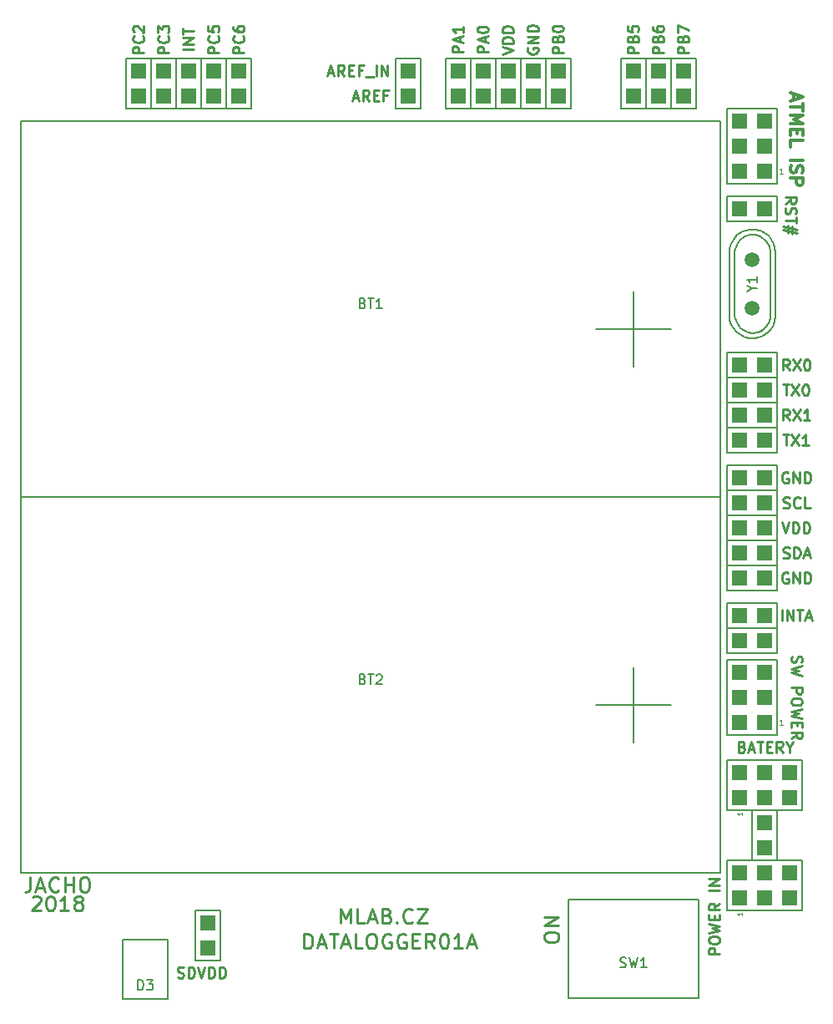
<source format=gbr>
%TF.GenerationSoftware,KiCad,Pcbnew,7.0.5.1-1-g8f565ef7f0-dirty-deb11*%
%TF.CreationDate,2023-07-21T03:25:23+00:00*%
%TF.ProjectId,DATALOGGER02,44415441-4c4f-4474-9745-5230322e6b69,rev?*%
%TF.SameCoordinates,Original*%
%TF.FileFunction,Legend,Top*%
%TF.FilePolarity,Positive*%
%FSLAX46Y46*%
G04 Gerber Fmt 4.6, Leading zero omitted, Abs format (unit mm)*
G04 Created by KiCad (PCBNEW 7.0.5.1-1-g8f565ef7f0-dirty-deb11) date 2023-07-21 03:25:23*
%MOMM*%
%LPD*%
G01*
G04 APERTURE LIST*
%ADD10C,0.250000*%
%ADD11C,0.300000*%
%ADD12C,0.150000*%
%ADD13C,0.050000*%
%ADD14R,1.524000X1.524000*%
%ADD15C,1.501140*%
G04 APERTURE END LIST*
D10*
X78536905Y44366739D02*
X78432143Y44419120D01*
X78432143Y44419120D02*
X78275000Y44419120D01*
X78275000Y44419120D02*
X78117857Y44366739D01*
X78117857Y44366739D02*
X78013095Y44261977D01*
X78013095Y44261977D02*
X77960714Y44157215D01*
X77960714Y44157215D02*
X77908333Y43947691D01*
X77908333Y43947691D02*
X77908333Y43790548D01*
X77908333Y43790548D02*
X77960714Y43581024D01*
X77960714Y43581024D02*
X78013095Y43476262D01*
X78013095Y43476262D02*
X78117857Y43371500D01*
X78117857Y43371500D02*
X78275000Y43319120D01*
X78275000Y43319120D02*
X78379762Y43319120D01*
X78379762Y43319120D02*
X78536905Y43371500D01*
X78536905Y43371500D02*
X78589286Y43423881D01*
X78589286Y43423881D02*
X78589286Y43790548D01*
X78589286Y43790548D02*
X78379762Y43790548D01*
X79060714Y43319120D02*
X79060714Y44419120D01*
X79060714Y44419120D02*
X79689286Y43319120D01*
X79689286Y43319120D02*
X79689286Y44419120D01*
X80213095Y43319120D02*
X80213095Y44419120D01*
X80213095Y44419120D02*
X80475000Y44419120D01*
X80475000Y44419120D02*
X80632143Y44366739D01*
X80632143Y44366739D02*
X80736905Y44261977D01*
X80736905Y44261977D02*
X80789286Y44157215D01*
X80789286Y44157215D02*
X80841667Y43947691D01*
X80841667Y43947691D02*
X80841667Y43790548D01*
X80841667Y43790548D02*
X80789286Y43581024D01*
X80789286Y43581024D02*
X80736905Y43476262D01*
X80736905Y43476262D02*
X80632143Y43371500D01*
X80632143Y43371500D02*
X80475000Y43319120D01*
X80475000Y43319120D02*
X80213095Y43319120D01*
X71615880Y5727381D02*
X70515880Y5727381D01*
X70515880Y5727381D02*
X70515880Y6146429D01*
X70515880Y6146429D02*
X70568261Y6251191D01*
X70568261Y6251191D02*
X70620642Y6303572D01*
X70620642Y6303572D02*
X70725404Y6355953D01*
X70725404Y6355953D02*
X70882547Y6355953D01*
X70882547Y6355953D02*
X70987309Y6303572D01*
X70987309Y6303572D02*
X71039690Y6251191D01*
X71039690Y6251191D02*
X71092071Y6146429D01*
X71092071Y6146429D02*
X71092071Y5727381D01*
X70515880Y7036905D02*
X70515880Y7246429D01*
X70515880Y7246429D02*
X70568261Y7351191D01*
X70568261Y7351191D02*
X70673023Y7455953D01*
X70673023Y7455953D02*
X70882547Y7508334D01*
X70882547Y7508334D02*
X71249214Y7508334D01*
X71249214Y7508334D02*
X71458738Y7455953D01*
X71458738Y7455953D02*
X71563500Y7351191D01*
X71563500Y7351191D02*
X71615880Y7246429D01*
X71615880Y7246429D02*
X71615880Y7036905D01*
X71615880Y7036905D02*
X71563500Y6932143D01*
X71563500Y6932143D02*
X71458738Y6827381D01*
X71458738Y6827381D02*
X71249214Y6775000D01*
X71249214Y6775000D02*
X70882547Y6775000D01*
X70882547Y6775000D02*
X70673023Y6827381D01*
X70673023Y6827381D02*
X70568261Y6932143D01*
X70568261Y6932143D02*
X70515880Y7036905D01*
X70515880Y7875000D02*
X71615880Y8136905D01*
X71615880Y8136905D02*
X70830166Y8346429D01*
X70830166Y8346429D02*
X71615880Y8555953D01*
X71615880Y8555953D02*
X70515880Y8817857D01*
X71039690Y9236905D02*
X71039690Y9603572D01*
X71615880Y9760715D02*
X71615880Y9236905D01*
X71615880Y9236905D02*
X70515880Y9236905D01*
X70515880Y9236905D02*
X70515880Y9760715D01*
X71615880Y10860715D02*
X71092071Y10494048D01*
X71615880Y10232143D02*
X70515880Y10232143D01*
X70515880Y10232143D02*
X70515880Y10651191D01*
X70515880Y10651191D02*
X70568261Y10755953D01*
X70568261Y10755953D02*
X70620642Y10808334D01*
X70620642Y10808334D02*
X70725404Y10860715D01*
X70725404Y10860715D02*
X70882547Y10860715D01*
X70882547Y10860715D02*
X70987309Y10808334D01*
X70987309Y10808334D02*
X71039690Y10755953D01*
X71039690Y10755953D02*
X71092071Y10651191D01*
X71092071Y10651191D02*
X71092071Y10232143D01*
X71615880Y12170238D02*
X70515880Y12170238D01*
X71615880Y12694048D02*
X70515880Y12694048D01*
X70515880Y12694048D02*
X71615880Y13322620D01*
X71615880Y13322620D02*
X70515880Y13322620D01*
X78039285Y45911500D02*
X78196428Y45859120D01*
X78196428Y45859120D02*
X78458333Y45859120D01*
X78458333Y45859120D02*
X78563095Y45911500D01*
X78563095Y45911500D02*
X78615476Y45963881D01*
X78615476Y45963881D02*
X78667857Y46068643D01*
X78667857Y46068643D02*
X78667857Y46173405D01*
X78667857Y46173405D02*
X78615476Y46278167D01*
X78615476Y46278167D02*
X78563095Y46330548D01*
X78563095Y46330548D02*
X78458333Y46382929D01*
X78458333Y46382929D02*
X78248809Y46435310D01*
X78248809Y46435310D02*
X78144047Y46487691D01*
X78144047Y46487691D02*
X78091666Y46540072D01*
X78091666Y46540072D02*
X78039285Y46644834D01*
X78039285Y46644834D02*
X78039285Y46749596D01*
X78039285Y46749596D02*
X78091666Y46854358D01*
X78091666Y46854358D02*
X78144047Y46906739D01*
X78144047Y46906739D02*
X78248809Y46959120D01*
X78248809Y46959120D02*
X78510714Y46959120D01*
X78510714Y46959120D02*
X78667857Y46906739D01*
X79139285Y45859120D02*
X79139285Y46959120D01*
X79139285Y46959120D02*
X79401190Y46959120D01*
X79401190Y46959120D02*
X79558333Y46906739D01*
X79558333Y46906739D02*
X79663095Y46801977D01*
X79663095Y46801977D02*
X79715476Y46697215D01*
X79715476Y46697215D02*
X79767857Y46487691D01*
X79767857Y46487691D02*
X79767857Y46330548D01*
X79767857Y46330548D02*
X79715476Y46121024D01*
X79715476Y46121024D02*
X79663095Y46016262D01*
X79663095Y46016262D02*
X79558333Y45911500D01*
X79558333Y45911500D02*
X79401190Y45859120D01*
X79401190Y45859120D02*
X79139285Y45859120D01*
X80186904Y46173405D02*
X80710714Y46173405D01*
X80082142Y45859120D02*
X80448809Y46959120D01*
X80448809Y46959120D02*
X80815476Y45859120D01*
X77908333Y49499120D02*
X78275000Y48399120D01*
X78275000Y48399120D02*
X78641667Y49499120D01*
X79008333Y48399120D02*
X79008333Y49499120D01*
X79008333Y49499120D02*
X79270238Y49499120D01*
X79270238Y49499120D02*
X79427381Y49446739D01*
X79427381Y49446739D02*
X79532143Y49341977D01*
X79532143Y49341977D02*
X79584524Y49237215D01*
X79584524Y49237215D02*
X79636905Y49027691D01*
X79636905Y49027691D02*
X79636905Y48870548D01*
X79636905Y48870548D02*
X79584524Y48661024D01*
X79584524Y48661024D02*
X79532143Y48556262D01*
X79532143Y48556262D02*
X79427381Y48451500D01*
X79427381Y48451500D02*
X79270238Y48399120D01*
X79270238Y48399120D02*
X79008333Y48399120D01*
X80108333Y48399120D02*
X80108333Y49499120D01*
X80108333Y49499120D02*
X80370238Y49499120D01*
X80370238Y49499120D02*
X80527381Y49446739D01*
X80527381Y49446739D02*
X80632143Y49341977D01*
X80632143Y49341977D02*
X80684524Y49237215D01*
X80684524Y49237215D02*
X80736905Y49027691D01*
X80736905Y49027691D02*
X80736905Y48870548D01*
X80736905Y48870548D02*
X80684524Y48661024D01*
X80684524Y48661024D02*
X80632143Y48556262D01*
X80632143Y48556262D02*
X80527381Y48451500D01*
X80527381Y48451500D02*
X80370238Y48399120D01*
X80370238Y48399120D02*
X80108333Y48399120D01*
X78065476Y50991500D02*
X78222619Y50939120D01*
X78222619Y50939120D02*
X78484524Y50939120D01*
X78484524Y50939120D02*
X78589286Y50991500D01*
X78589286Y50991500D02*
X78641667Y51043881D01*
X78641667Y51043881D02*
X78694048Y51148643D01*
X78694048Y51148643D02*
X78694048Y51253405D01*
X78694048Y51253405D02*
X78641667Y51358167D01*
X78641667Y51358167D02*
X78589286Y51410548D01*
X78589286Y51410548D02*
X78484524Y51462929D01*
X78484524Y51462929D02*
X78275000Y51515310D01*
X78275000Y51515310D02*
X78170238Y51567691D01*
X78170238Y51567691D02*
X78117857Y51620072D01*
X78117857Y51620072D02*
X78065476Y51724834D01*
X78065476Y51724834D02*
X78065476Y51829596D01*
X78065476Y51829596D02*
X78117857Y51934358D01*
X78117857Y51934358D02*
X78170238Y51986739D01*
X78170238Y51986739D02*
X78275000Y52039120D01*
X78275000Y52039120D02*
X78536905Y52039120D01*
X78536905Y52039120D02*
X78694048Y51986739D01*
X79794048Y51043881D02*
X79741667Y50991500D01*
X79741667Y50991500D02*
X79584524Y50939120D01*
X79584524Y50939120D02*
X79479762Y50939120D01*
X79479762Y50939120D02*
X79322619Y50991500D01*
X79322619Y50991500D02*
X79217857Y51096262D01*
X79217857Y51096262D02*
X79165476Y51201024D01*
X79165476Y51201024D02*
X79113095Y51410548D01*
X79113095Y51410548D02*
X79113095Y51567691D01*
X79113095Y51567691D02*
X79165476Y51777215D01*
X79165476Y51777215D02*
X79217857Y51881977D01*
X79217857Y51881977D02*
X79322619Y51986739D01*
X79322619Y51986739D02*
X79479762Y52039120D01*
X79479762Y52039120D02*
X79584524Y52039120D01*
X79584524Y52039120D02*
X79741667Y51986739D01*
X79741667Y51986739D02*
X79794048Y51934358D01*
X80789286Y50939120D02*
X80265476Y50939120D01*
X80265476Y50939120D02*
X80265476Y52039120D01*
X78536905Y54526739D02*
X78432143Y54579120D01*
X78432143Y54579120D02*
X78275000Y54579120D01*
X78275000Y54579120D02*
X78117857Y54526739D01*
X78117857Y54526739D02*
X78013095Y54421977D01*
X78013095Y54421977D02*
X77960714Y54317215D01*
X77960714Y54317215D02*
X77908333Y54107691D01*
X77908333Y54107691D02*
X77908333Y53950548D01*
X77908333Y53950548D02*
X77960714Y53741024D01*
X77960714Y53741024D02*
X78013095Y53636262D01*
X78013095Y53636262D02*
X78117857Y53531500D01*
X78117857Y53531500D02*
X78275000Y53479120D01*
X78275000Y53479120D02*
X78379762Y53479120D01*
X78379762Y53479120D02*
X78536905Y53531500D01*
X78536905Y53531500D02*
X78589286Y53583881D01*
X78589286Y53583881D02*
X78589286Y53950548D01*
X78589286Y53950548D02*
X78379762Y53950548D01*
X79060714Y53479120D02*
X79060714Y54579120D01*
X79060714Y54579120D02*
X79689286Y53479120D01*
X79689286Y53479120D02*
X79689286Y54579120D01*
X80213095Y53479120D02*
X80213095Y54579120D01*
X80213095Y54579120D02*
X80475000Y54579120D01*
X80475000Y54579120D02*
X80632143Y54526739D01*
X80632143Y54526739D02*
X80736905Y54421977D01*
X80736905Y54421977D02*
X80789286Y54317215D01*
X80789286Y54317215D02*
X80841667Y54107691D01*
X80841667Y54107691D02*
X80841667Y53950548D01*
X80841667Y53950548D02*
X80789286Y53741024D01*
X80789286Y53741024D02*
X80736905Y53636262D01*
X80736905Y53636262D02*
X80632143Y53531500D01*
X80632143Y53531500D02*
X80475000Y53479120D01*
X80475000Y53479120D02*
X80213095Y53479120D01*
X78013095Y58389120D02*
X78641667Y58389120D01*
X78327381Y57289120D02*
X78327381Y58389120D01*
X78903571Y58389120D02*
X79636905Y57289120D01*
X79636905Y58389120D02*
X78903571Y57289120D01*
X80632143Y57289120D02*
X80003571Y57289120D01*
X80317857Y57289120D02*
X80317857Y58389120D01*
X80317857Y58389120D02*
X80213095Y58231977D01*
X80213095Y58231977D02*
X80108333Y58127215D01*
X80108333Y58127215D02*
X80003571Y58074834D01*
X78667857Y59829120D02*
X78301190Y60352929D01*
X78039285Y59829120D02*
X78039285Y60929120D01*
X78039285Y60929120D02*
X78458333Y60929120D01*
X78458333Y60929120D02*
X78563095Y60876739D01*
X78563095Y60876739D02*
X78615476Y60824358D01*
X78615476Y60824358D02*
X78667857Y60719596D01*
X78667857Y60719596D02*
X78667857Y60562453D01*
X78667857Y60562453D02*
X78615476Y60457691D01*
X78615476Y60457691D02*
X78563095Y60405310D01*
X78563095Y60405310D02*
X78458333Y60352929D01*
X78458333Y60352929D02*
X78039285Y60352929D01*
X79034523Y60929120D02*
X79767857Y59829120D01*
X79767857Y60929120D02*
X79034523Y59829120D01*
X80763095Y59829120D02*
X80134523Y59829120D01*
X80448809Y59829120D02*
X80448809Y60929120D01*
X80448809Y60929120D02*
X80344047Y60771977D01*
X80344047Y60771977D02*
X80239285Y60667215D01*
X80239285Y60667215D02*
X80134523Y60614834D01*
X78013095Y63469120D02*
X78641667Y63469120D01*
X78327381Y62369120D02*
X78327381Y63469120D01*
X78903571Y63469120D02*
X79636905Y62369120D01*
X79636905Y63469120D02*
X78903571Y62369120D01*
X80265476Y63469120D02*
X80370238Y63469120D01*
X80370238Y63469120D02*
X80475000Y63416739D01*
X80475000Y63416739D02*
X80527381Y63364358D01*
X80527381Y63364358D02*
X80579762Y63259596D01*
X80579762Y63259596D02*
X80632143Y63050072D01*
X80632143Y63050072D02*
X80632143Y62788167D01*
X80632143Y62788167D02*
X80579762Y62578643D01*
X80579762Y62578643D02*
X80527381Y62473881D01*
X80527381Y62473881D02*
X80475000Y62421500D01*
X80475000Y62421500D02*
X80370238Y62369120D01*
X80370238Y62369120D02*
X80265476Y62369120D01*
X80265476Y62369120D02*
X80160714Y62421500D01*
X80160714Y62421500D02*
X80108333Y62473881D01*
X80108333Y62473881D02*
X80055952Y62578643D01*
X80055952Y62578643D02*
X80003571Y62788167D01*
X80003571Y62788167D02*
X80003571Y63050072D01*
X80003571Y63050072D02*
X80055952Y63259596D01*
X80055952Y63259596D02*
X80108333Y63364358D01*
X80108333Y63364358D02*
X80160714Y63416739D01*
X80160714Y63416739D02*
X80265476Y63469120D01*
X78667857Y64909120D02*
X78301190Y65432929D01*
X78039285Y64909120D02*
X78039285Y66009120D01*
X78039285Y66009120D02*
X78458333Y66009120D01*
X78458333Y66009120D02*
X78563095Y65956739D01*
X78563095Y65956739D02*
X78615476Y65904358D01*
X78615476Y65904358D02*
X78667857Y65799596D01*
X78667857Y65799596D02*
X78667857Y65642453D01*
X78667857Y65642453D02*
X78615476Y65537691D01*
X78615476Y65537691D02*
X78563095Y65485310D01*
X78563095Y65485310D02*
X78458333Y65432929D01*
X78458333Y65432929D02*
X78039285Y65432929D01*
X79034523Y66009120D02*
X79767857Y64909120D01*
X79767857Y66009120D02*
X79034523Y64909120D01*
X80396428Y66009120D02*
X80501190Y66009120D01*
X80501190Y66009120D02*
X80605952Y65956739D01*
X80605952Y65956739D02*
X80658333Y65904358D01*
X80658333Y65904358D02*
X80710714Y65799596D01*
X80710714Y65799596D02*
X80763095Y65590072D01*
X80763095Y65590072D02*
X80763095Y65328167D01*
X80763095Y65328167D02*
X80710714Y65118643D01*
X80710714Y65118643D02*
X80658333Y65013881D01*
X80658333Y65013881D02*
X80605952Y64961500D01*
X80605952Y64961500D02*
X80501190Y64909120D01*
X80501190Y64909120D02*
X80396428Y64909120D01*
X80396428Y64909120D02*
X80291666Y64961500D01*
X80291666Y64961500D02*
X80239285Y65013881D01*
X80239285Y65013881D02*
X80186904Y65118643D01*
X80186904Y65118643D02*
X80134523Y65328167D01*
X80134523Y65328167D02*
X80134523Y65590072D01*
X80134523Y65590072D02*
X80186904Y65799596D01*
X80186904Y65799596D02*
X80239285Y65904358D01*
X80239285Y65904358D02*
X80291666Y65956739D01*
X80291666Y65956739D02*
X80396428Y66009120D01*
X78244119Y81797381D02*
X78767928Y82164048D01*
X78244119Y82425953D02*
X79344119Y82425953D01*
X79344119Y82425953D02*
X79344119Y82006905D01*
X79344119Y82006905D02*
X79291738Y81902143D01*
X79291738Y81902143D02*
X79239357Y81849762D01*
X79239357Y81849762D02*
X79134595Y81797381D01*
X79134595Y81797381D02*
X78977452Y81797381D01*
X78977452Y81797381D02*
X78872690Y81849762D01*
X78872690Y81849762D02*
X78820309Y81902143D01*
X78820309Y81902143D02*
X78767928Y82006905D01*
X78767928Y82006905D02*
X78767928Y82425953D01*
X78296500Y81378334D02*
X78244119Y81221191D01*
X78244119Y81221191D02*
X78244119Y80959286D01*
X78244119Y80959286D02*
X78296500Y80854524D01*
X78296500Y80854524D02*
X78348880Y80802143D01*
X78348880Y80802143D02*
X78453642Y80749762D01*
X78453642Y80749762D02*
X78558404Y80749762D01*
X78558404Y80749762D02*
X78663166Y80802143D01*
X78663166Y80802143D02*
X78715547Y80854524D01*
X78715547Y80854524D02*
X78767928Y80959286D01*
X78767928Y80959286D02*
X78820309Y81168810D01*
X78820309Y81168810D02*
X78872690Y81273572D01*
X78872690Y81273572D02*
X78925071Y81325953D01*
X78925071Y81325953D02*
X79029833Y81378334D01*
X79029833Y81378334D02*
X79134595Y81378334D01*
X79134595Y81378334D02*
X79239357Y81325953D01*
X79239357Y81325953D02*
X79291738Y81273572D01*
X79291738Y81273572D02*
X79344119Y81168810D01*
X79344119Y81168810D02*
X79344119Y80906905D01*
X79344119Y80906905D02*
X79291738Y80749762D01*
X79344119Y80435477D02*
X79344119Y79806905D01*
X78244119Y80121191D02*
X79344119Y80121191D01*
X78977452Y79492620D02*
X78977452Y78706905D01*
X79448880Y79178334D02*
X78034595Y79492620D01*
X78506023Y78811667D02*
X78506023Y79597382D01*
X78034595Y79125953D02*
X79448880Y78811667D01*
X77908333Y39509120D02*
X77908333Y40609120D01*
X78432143Y39509120D02*
X78432143Y40609120D01*
X78432143Y40609120D02*
X79060715Y39509120D01*
X79060715Y39509120D02*
X79060715Y40609120D01*
X79427381Y40609120D02*
X80055953Y40609120D01*
X79741667Y39509120D02*
X79741667Y40609120D01*
X80370238Y39823405D02*
X80894048Y39823405D01*
X80265476Y39509120D02*
X80632143Y40609120D01*
X80632143Y40609120D02*
X80998810Y39509120D01*
X78931500Y35914286D02*
X78879119Y35757143D01*
X78879119Y35757143D02*
X78879119Y35495238D01*
X78879119Y35495238D02*
X78931500Y35390476D01*
X78931500Y35390476D02*
X78983880Y35338095D01*
X78983880Y35338095D02*
X79088642Y35285714D01*
X79088642Y35285714D02*
X79193404Y35285714D01*
X79193404Y35285714D02*
X79298166Y35338095D01*
X79298166Y35338095D02*
X79350547Y35390476D01*
X79350547Y35390476D02*
X79402928Y35495238D01*
X79402928Y35495238D02*
X79455309Y35704762D01*
X79455309Y35704762D02*
X79507690Y35809524D01*
X79507690Y35809524D02*
X79560071Y35861905D01*
X79560071Y35861905D02*
X79664833Y35914286D01*
X79664833Y35914286D02*
X79769595Y35914286D01*
X79769595Y35914286D02*
X79874357Y35861905D01*
X79874357Y35861905D02*
X79926738Y35809524D01*
X79926738Y35809524D02*
X79979119Y35704762D01*
X79979119Y35704762D02*
X79979119Y35442857D01*
X79979119Y35442857D02*
X79926738Y35285714D01*
X79979119Y34919048D02*
X78879119Y34657143D01*
X78879119Y34657143D02*
X79664833Y34447619D01*
X79664833Y34447619D02*
X78879119Y34238095D01*
X78879119Y34238095D02*
X79979119Y33976190D01*
X78879119Y32719048D02*
X79979119Y32719048D01*
X79979119Y32719048D02*
X79979119Y32300000D01*
X79979119Y32300000D02*
X79926738Y32195238D01*
X79926738Y32195238D02*
X79874357Y32142857D01*
X79874357Y32142857D02*
X79769595Y32090476D01*
X79769595Y32090476D02*
X79612452Y32090476D01*
X79612452Y32090476D02*
X79507690Y32142857D01*
X79507690Y32142857D02*
X79455309Y32195238D01*
X79455309Y32195238D02*
X79402928Y32300000D01*
X79402928Y32300000D02*
X79402928Y32719048D01*
X79979119Y31409524D02*
X79979119Y31200000D01*
X79979119Y31200000D02*
X79926738Y31095238D01*
X79926738Y31095238D02*
X79821976Y30990476D01*
X79821976Y30990476D02*
X79612452Y30938095D01*
X79612452Y30938095D02*
X79245785Y30938095D01*
X79245785Y30938095D02*
X79036261Y30990476D01*
X79036261Y30990476D02*
X78931500Y31095238D01*
X78931500Y31095238D02*
X78879119Y31200000D01*
X78879119Y31200000D02*
X78879119Y31409524D01*
X78879119Y31409524D02*
X78931500Y31514286D01*
X78931500Y31514286D02*
X79036261Y31619048D01*
X79036261Y31619048D02*
X79245785Y31671429D01*
X79245785Y31671429D02*
X79612452Y31671429D01*
X79612452Y31671429D02*
X79821976Y31619048D01*
X79821976Y31619048D02*
X79926738Y31514286D01*
X79926738Y31514286D02*
X79979119Y31409524D01*
X79979119Y30571429D02*
X78879119Y30309524D01*
X78879119Y30309524D02*
X79664833Y30100000D01*
X79664833Y30100000D02*
X78879119Y29890476D01*
X78879119Y29890476D02*
X79979119Y29628571D01*
X79455309Y29209524D02*
X79455309Y28842857D01*
X78879119Y28685714D02*
X78879119Y29209524D01*
X78879119Y29209524D02*
X79979119Y29209524D01*
X79979119Y29209524D02*
X79979119Y28685714D01*
X78879119Y27585714D02*
X79402928Y27952381D01*
X78879119Y28214286D02*
X79979119Y28214286D01*
X79979119Y28214286D02*
X79979119Y27795238D01*
X79979119Y27795238D02*
X79926738Y27690476D01*
X79926738Y27690476D02*
X79874357Y27638095D01*
X79874357Y27638095D02*
X79769595Y27585714D01*
X79769595Y27585714D02*
X79612452Y27585714D01*
X79612452Y27585714D02*
X79507690Y27638095D01*
X79507690Y27638095D02*
X79455309Y27690476D01*
X79455309Y27690476D02*
X79402928Y27795238D01*
X79402928Y27795238D02*
X79402928Y28214286D01*
X16614285Y3366500D02*
X16771428Y3314120D01*
X16771428Y3314120D02*
X17033333Y3314120D01*
X17033333Y3314120D02*
X17138095Y3366500D01*
X17138095Y3366500D02*
X17190476Y3418881D01*
X17190476Y3418881D02*
X17242857Y3523643D01*
X17242857Y3523643D02*
X17242857Y3628405D01*
X17242857Y3628405D02*
X17190476Y3733167D01*
X17190476Y3733167D02*
X17138095Y3785548D01*
X17138095Y3785548D02*
X17033333Y3837929D01*
X17033333Y3837929D02*
X16823809Y3890310D01*
X16823809Y3890310D02*
X16719047Y3942691D01*
X16719047Y3942691D02*
X16666666Y3995072D01*
X16666666Y3995072D02*
X16614285Y4099834D01*
X16614285Y4099834D02*
X16614285Y4204596D01*
X16614285Y4204596D02*
X16666666Y4309358D01*
X16666666Y4309358D02*
X16719047Y4361739D01*
X16719047Y4361739D02*
X16823809Y4414120D01*
X16823809Y4414120D02*
X17085714Y4414120D01*
X17085714Y4414120D02*
X17242857Y4361739D01*
X17714285Y3314120D02*
X17714285Y4414120D01*
X17714285Y4414120D02*
X17976190Y4414120D01*
X17976190Y4414120D02*
X18133333Y4361739D01*
X18133333Y4361739D02*
X18238095Y4256977D01*
X18238095Y4256977D02*
X18290476Y4152215D01*
X18290476Y4152215D02*
X18342857Y3942691D01*
X18342857Y3942691D02*
X18342857Y3785548D01*
X18342857Y3785548D02*
X18290476Y3576024D01*
X18290476Y3576024D02*
X18238095Y3471262D01*
X18238095Y3471262D02*
X18133333Y3366500D01*
X18133333Y3366500D02*
X17976190Y3314120D01*
X17976190Y3314120D02*
X17714285Y3314120D01*
X18657142Y4414120D02*
X19023809Y3314120D01*
X19023809Y3314120D02*
X19390476Y4414120D01*
X19757142Y3314120D02*
X19757142Y4414120D01*
X19757142Y4414120D02*
X20019047Y4414120D01*
X20019047Y4414120D02*
X20176190Y4361739D01*
X20176190Y4361739D02*
X20280952Y4256977D01*
X20280952Y4256977D02*
X20333333Y4152215D01*
X20333333Y4152215D02*
X20385714Y3942691D01*
X20385714Y3942691D02*
X20385714Y3785548D01*
X20385714Y3785548D02*
X20333333Y3576024D01*
X20333333Y3576024D02*
X20280952Y3471262D01*
X20280952Y3471262D02*
X20176190Y3366500D01*
X20176190Y3366500D02*
X20019047Y3314120D01*
X20019047Y3314120D02*
X19757142Y3314120D01*
X20857142Y3314120D02*
X20857142Y4414120D01*
X20857142Y4414120D02*
X21119047Y4414120D01*
X21119047Y4414120D02*
X21276190Y4361739D01*
X21276190Y4361739D02*
X21380952Y4256977D01*
X21380952Y4256977D02*
X21433333Y4152215D01*
X21433333Y4152215D02*
X21485714Y3942691D01*
X21485714Y3942691D02*
X21485714Y3785548D01*
X21485714Y3785548D02*
X21433333Y3576024D01*
X21433333Y3576024D02*
X21380952Y3471262D01*
X21380952Y3471262D02*
X21276190Y3366500D01*
X21276190Y3366500D02*
X21119047Y3314120D01*
X21119047Y3314120D02*
X20857142Y3314120D01*
X13195880Y97063096D02*
X12095880Y97063096D01*
X12095880Y97063096D02*
X12095880Y97482144D01*
X12095880Y97482144D02*
X12148261Y97586906D01*
X12148261Y97586906D02*
X12200642Y97639287D01*
X12200642Y97639287D02*
X12305404Y97691668D01*
X12305404Y97691668D02*
X12462547Y97691668D01*
X12462547Y97691668D02*
X12567309Y97639287D01*
X12567309Y97639287D02*
X12619690Y97586906D01*
X12619690Y97586906D02*
X12672071Y97482144D01*
X12672071Y97482144D02*
X12672071Y97063096D01*
X13091119Y98791668D02*
X13143500Y98739287D01*
X13143500Y98739287D02*
X13195880Y98582144D01*
X13195880Y98582144D02*
X13195880Y98477382D01*
X13195880Y98477382D02*
X13143500Y98320239D01*
X13143500Y98320239D02*
X13038738Y98215477D01*
X13038738Y98215477D02*
X12933976Y98163096D01*
X12933976Y98163096D02*
X12724452Y98110715D01*
X12724452Y98110715D02*
X12567309Y98110715D01*
X12567309Y98110715D02*
X12357785Y98163096D01*
X12357785Y98163096D02*
X12253023Y98215477D01*
X12253023Y98215477D02*
X12148261Y98320239D01*
X12148261Y98320239D02*
X12095880Y98477382D01*
X12095880Y98477382D02*
X12095880Y98582144D01*
X12095880Y98582144D02*
X12148261Y98739287D01*
X12148261Y98739287D02*
X12200642Y98791668D01*
X12200642Y99210715D02*
X12148261Y99263096D01*
X12148261Y99263096D02*
X12095880Y99367858D01*
X12095880Y99367858D02*
X12095880Y99629763D01*
X12095880Y99629763D02*
X12148261Y99734525D01*
X12148261Y99734525D02*
X12200642Y99786906D01*
X12200642Y99786906D02*
X12305404Y99839287D01*
X12305404Y99839287D02*
X12410166Y99839287D01*
X12410166Y99839287D02*
X12567309Y99786906D01*
X12567309Y99786906D02*
X13195880Y99158334D01*
X13195880Y99158334D02*
X13195880Y99839287D01*
X15735880Y97063096D02*
X14635880Y97063096D01*
X14635880Y97063096D02*
X14635880Y97482144D01*
X14635880Y97482144D02*
X14688261Y97586906D01*
X14688261Y97586906D02*
X14740642Y97639287D01*
X14740642Y97639287D02*
X14845404Y97691668D01*
X14845404Y97691668D02*
X15002547Y97691668D01*
X15002547Y97691668D02*
X15107309Y97639287D01*
X15107309Y97639287D02*
X15159690Y97586906D01*
X15159690Y97586906D02*
X15212071Y97482144D01*
X15212071Y97482144D02*
X15212071Y97063096D01*
X15631119Y98791668D02*
X15683500Y98739287D01*
X15683500Y98739287D02*
X15735880Y98582144D01*
X15735880Y98582144D02*
X15735880Y98477382D01*
X15735880Y98477382D02*
X15683500Y98320239D01*
X15683500Y98320239D02*
X15578738Y98215477D01*
X15578738Y98215477D02*
X15473976Y98163096D01*
X15473976Y98163096D02*
X15264452Y98110715D01*
X15264452Y98110715D02*
X15107309Y98110715D01*
X15107309Y98110715D02*
X14897785Y98163096D01*
X14897785Y98163096D02*
X14793023Y98215477D01*
X14793023Y98215477D02*
X14688261Y98320239D01*
X14688261Y98320239D02*
X14635880Y98477382D01*
X14635880Y98477382D02*
X14635880Y98582144D01*
X14635880Y98582144D02*
X14688261Y98739287D01*
X14688261Y98739287D02*
X14740642Y98791668D01*
X14635880Y99158334D02*
X14635880Y99839287D01*
X14635880Y99839287D02*
X15054928Y99472620D01*
X15054928Y99472620D02*
X15054928Y99629763D01*
X15054928Y99629763D02*
X15107309Y99734525D01*
X15107309Y99734525D02*
X15159690Y99786906D01*
X15159690Y99786906D02*
X15264452Y99839287D01*
X15264452Y99839287D02*
X15526357Y99839287D01*
X15526357Y99839287D02*
X15631119Y99786906D01*
X15631119Y99786906D02*
X15683500Y99734525D01*
X15683500Y99734525D02*
X15735880Y99629763D01*
X15735880Y99629763D02*
X15735880Y99315477D01*
X15735880Y99315477D02*
X15683500Y99210715D01*
X15683500Y99210715D02*
X15631119Y99158334D01*
X18275880Y97429762D02*
X17175880Y97429762D01*
X18275880Y97953572D02*
X17175880Y97953572D01*
X17175880Y97953572D02*
X18275880Y98582144D01*
X18275880Y98582144D02*
X17175880Y98582144D01*
X17175880Y98948810D02*
X17175880Y99577382D01*
X18275880Y99263096D02*
X17175880Y99263096D01*
X20815880Y97063096D02*
X19715880Y97063096D01*
X19715880Y97063096D02*
X19715880Y97482144D01*
X19715880Y97482144D02*
X19768261Y97586906D01*
X19768261Y97586906D02*
X19820642Y97639287D01*
X19820642Y97639287D02*
X19925404Y97691668D01*
X19925404Y97691668D02*
X20082547Y97691668D01*
X20082547Y97691668D02*
X20187309Y97639287D01*
X20187309Y97639287D02*
X20239690Y97586906D01*
X20239690Y97586906D02*
X20292071Y97482144D01*
X20292071Y97482144D02*
X20292071Y97063096D01*
X20711119Y98791668D02*
X20763500Y98739287D01*
X20763500Y98739287D02*
X20815880Y98582144D01*
X20815880Y98582144D02*
X20815880Y98477382D01*
X20815880Y98477382D02*
X20763500Y98320239D01*
X20763500Y98320239D02*
X20658738Y98215477D01*
X20658738Y98215477D02*
X20553976Y98163096D01*
X20553976Y98163096D02*
X20344452Y98110715D01*
X20344452Y98110715D02*
X20187309Y98110715D01*
X20187309Y98110715D02*
X19977785Y98163096D01*
X19977785Y98163096D02*
X19873023Y98215477D01*
X19873023Y98215477D02*
X19768261Y98320239D01*
X19768261Y98320239D02*
X19715880Y98477382D01*
X19715880Y98477382D02*
X19715880Y98582144D01*
X19715880Y98582144D02*
X19768261Y98739287D01*
X19768261Y98739287D02*
X19820642Y98791668D01*
X19715880Y99786906D02*
X19715880Y99263096D01*
X19715880Y99263096D02*
X20239690Y99210715D01*
X20239690Y99210715D02*
X20187309Y99263096D01*
X20187309Y99263096D02*
X20134928Y99367858D01*
X20134928Y99367858D02*
X20134928Y99629763D01*
X20134928Y99629763D02*
X20187309Y99734525D01*
X20187309Y99734525D02*
X20239690Y99786906D01*
X20239690Y99786906D02*
X20344452Y99839287D01*
X20344452Y99839287D02*
X20606357Y99839287D01*
X20606357Y99839287D02*
X20711119Y99786906D01*
X20711119Y99786906D02*
X20763500Y99734525D01*
X20763500Y99734525D02*
X20815880Y99629763D01*
X20815880Y99629763D02*
X20815880Y99367858D01*
X20815880Y99367858D02*
X20763500Y99263096D01*
X20763500Y99263096D02*
X20711119Y99210715D01*
X23355880Y97063096D02*
X22255880Y97063096D01*
X22255880Y97063096D02*
X22255880Y97482144D01*
X22255880Y97482144D02*
X22308261Y97586906D01*
X22308261Y97586906D02*
X22360642Y97639287D01*
X22360642Y97639287D02*
X22465404Y97691668D01*
X22465404Y97691668D02*
X22622547Y97691668D01*
X22622547Y97691668D02*
X22727309Y97639287D01*
X22727309Y97639287D02*
X22779690Y97586906D01*
X22779690Y97586906D02*
X22832071Y97482144D01*
X22832071Y97482144D02*
X22832071Y97063096D01*
X23251119Y98791668D02*
X23303500Y98739287D01*
X23303500Y98739287D02*
X23355880Y98582144D01*
X23355880Y98582144D02*
X23355880Y98477382D01*
X23355880Y98477382D02*
X23303500Y98320239D01*
X23303500Y98320239D02*
X23198738Y98215477D01*
X23198738Y98215477D02*
X23093976Y98163096D01*
X23093976Y98163096D02*
X22884452Y98110715D01*
X22884452Y98110715D02*
X22727309Y98110715D01*
X22727309Y98110715D02*
X22517785Y98163096D01*
X22517785Y98163096D02*
X22413023Y98215477D01*
X22413023Y98215477D02*
X22308261Y98320239D01*
X22308261Y98320239D02*
X22255880Y98477382D01*
X22255880Y98477382D02*
X22255880Y98582144D01*
X22255880Y98582144D02*
X22308261Y98739287D01*
X22308261Y98739287D02*
X22360642Y98791668D01*
X22255880Y99734525D02*
X22255880Y99525001D01*
X22255880Y99525001D02*
X22308261Y99420239D01*
X22308261Y99420239D02*
X22360642Y99367858D01*
X22360642Y99367858D02*
X22517785Y99263096D01*
X22517785Y99263096D02*
X22727309Y99210715D01*
X22727309Y99210715D02*
X23146357Y99210715D01*
X23146357Y99210715D02*
X23251119Y99263096D01*
X23251119Y99263096D02*
X23303500Y99315477D01*
X23303500Y99315477D02*
X23355880Y99420239D01*
X23355880Y99420239D02*
X23355880Y99629763D01*
X23355880Y99629763D02*
X23303500Y99734525D01*
X23303500Y99734525D02*
X23251119Y99786906D01*
X23251119Y99786906D02*
X23146357Y99839287D01*
X23146357Y99839287D02*
X22884452Y99839287D01*
X22884452Y99839287D02*
X22779690Y99786906D01*
X22779690Y99786906D02*
X22727309Y99734525D01*
X22727309Y99734525D02*
X22674928Y99629763D01*
X22674928Y99629763D02*
X22674928Y99420239D01*
X22674928Y99420239D02*
X22727309Y99315477D01*
X22727309Y99315477D02*
X22779690Y99263096D01*
X22779690Y99263096D02*
X22884452Y99210715D01*
X34414047Y92528405D02*
X34937857Y92528405D01*
X34309285Y92214120D02*
X34675952Y93314120D01*
X34675952Y93314120D02*
X35042619Y92214120D01*
X36037857Y92214120D02*
X35671190Y92737929D01*
X35409285Y92214120D02*
X35409285Y93314120D01*
X35409285Y93314120D02*
X35828333Y93314120D01*
X35828333Y93314120D02*
X35933095Y93261739D01*
X35933095Y93261739D02*
X35985476Y93209358D01*
X35985476Y93209358D02*
X36037857Y93104596D01*
X36037857Y93104596D02*
X36037857Y92947453D01*
X36037857Y92947453D02*
X35985476Y92842691D01*
X35985476Y92842691D02*
X35933095Y92790310D01*
X35933095Y92790310D02*
X35828333Y92737929D01*
X35828333Y92737929D02*
X35409285Y92737929D01*
X36509285Y92790310D02*
X36875952Y92790310D01*
X37033095Y92214120D02*
X36509285Y92214120D01*
X36509285Y92214120D02*
X36509285Y93314120D01*
X36509285Y93314120D02*
X37033095Y93314120D01*
X37871190Y92790310D02*
X37504523Y92790310D01*
X37504523Y92214120D02*
X37504523Y93314120D01*
X37504523Y93314120D02*
X38028333Y93314120D01*
X45580880Y97141667D02*
X44480880Y97141667D01*
X44480880Y97141667D02*
X44480880Y97560715D01*
X44480880Y97560715D02*
X44533261Y97665477D01*
X44533261Y97665477D02*
X44585642Y97717858D01*
X44585642Y97717858D02*
X44690404Y97770239D01*
X44690404Y97770239D02*
X44847547Y97770239D01*
X44847547Y97770239D02*
X44952309Y97717858D01*
X44952309Y97717858D02*
X45004690Y97665477D01*
X45004690Y97665477D02*
X45057071Y97560715D01*
X45057071Y97560715D02*
X45057071Y97141667D01*
X45266595Y98189286D02*
X45266595Y98713096D01*
X45580880Y98084524D02*
X44480880Y98451191D01*
X44480880Y98451191D02*
X45580880Y98817858D01*
X45580880Y99760715D02*
X45580880Y99132143D01*
X45580880Y99446429D02*
X44480880Y99446429D01*
X44480880Y99446429D02*
X44638023Y99341667D01*
X44638023Y99341667D02*
X44742785Y99236905D01*
X44742785Y99236905D02*
X44795166Y99132143D01*
X48120880Y97141667D02*
X47020880Y97141667D01*
X47020880Y97141667D02*
X47020880Y97560715D01*
X47020880Y97560715D02*
X47073261Y97665477D01*
X47073261Y97665477D02*
X47125642Y97717858D01*
X47125642Y97717858D02*
X47230404Y97770239D01*
X47230404Y97770239D02*
X47387547Y97770239D01*
X47387547Y97770239D02*
X47492309Y97717858D01*
X47492309Y97717858D02*
X47544690Y97665477D01*
X47544690Y97665477D02*
X47597071Y97560715D01*
X47597071Y97560715D02*
X47597071Y97141667D01*
X47806595Y98189286D02*
X47806595Y98713096D01*
X48120880Y98084524D02*
X47020880Y98451191D01*
X47020880Y98451191D02*
X48120880Y98817858D01*
X47020880Y99394048D02*
X47020880Y99498810D01*
X47020880Y99498810D02*
X47073261Y99603572D01*
X47073261Y99603572D02*
X47125642Y99655953D01*
X47125642Y99655953D02*
X47230404Y99708334D01*
X47230404Y99708334D02*
X47439928Y99760715D01*
X47439928Y99760715D02*
X47701833Y99760715D01*
X47701833Y99760715D02*
X47911357Y99708334D01*
X47911357Y99708334D02*
X48016119Y99655953D01*
X48016119Y99655953D02*
X48068500Y99603572D01*
X48068500Y99603572D02*
X48120880Y99498810D01*
X48120880Y99498810D02*
X48120880Y99394048D01*
X48120880Y99394048D02*
X48068500Y99289286D01*
X48068500Y99289286D02*
X48016119Y99236905D01*
X48016119Y99236905D02*
X47911357Y99184524D01*
X47911357Y99184524D02*
X47701833Y99132143D01*
X47701833Y99132143D02*
X47439928Y99132143D01*
X47439928Y99132143D02*
X47230404Y99184524D01*
X47230404Y99184524D02*
X47125642Y99236905D01*
X47125642Y99236905D02*
X47073261Y99289286D01*
X47073261Y99289286D02*
X47020880Y99394048D01*
X49560880Y96958334D02*
X50660880Y97325001D01*
X50660880Y97325001D02*
X49560880Y97691668D01*
X50660880Y98058334D02*
X49560880Y98058334D01*
X49560880Y98058334D02*
X49560880Y98320239D01*
X49560880Y98320239D02*
X49613261Y98477382D01*
X49613261Y98477382D02*
X49718023Y98582144D01*
X49718023Y98582144D02*
X49822785Y98634525D01*
X49822785Y98634525D02*
X50032309Y98686906D01*
X50032309Y98686906D02*
X50189452Y98686906D01*
X50189452Y98686906D02*
X50398976Y98634525D01*
X50398976Y98634525D02*
X50503738Y98582144D01*
X50503738Y98582144D02*
X50608500Y98477382D01*
X50608500Y98477382D02*
X50660880Y98320239D01*
X50660880Y98320239D02*
X50660880Y98058334D01*
X50660880Y99158334D02*
X49560880Y99158334D01*
X49560880Y99158334D02*
X49560880Y99420239D01*
X49560880Y99420239D02*
X49613261Y99577382D01*
X49613261Y99577382D02*
X49718023Y99682144D01*
X49718023Y99682144D02*
X49822785Y99734525D01*
X49822785Y99734525D02*
X50032309Y99786906D01*
X50032309Y99786906D02*
X50189452Y99786906D01*
X50189452Y99786906D02*
X50398976Y99734525D01*
X50398976Y99734525D02*
X50503738Y99682144D01*
X50503738Y99682144D02*
X50608500Y99577382D01*
X50608500Y99577382D02*
X50660880Y99420239D01*
X50660880Y99420239D02*
X50660880Y99158334D01*
X52153261Y97586906D02*
X52100880Y97482144D01*
X52100880Y97482144D02*
X52100880Y97325001D01*
X52100880Y97325001D02*
X52153261Y97167858D01*
X52153261Y97167858D02*
X52258023Y97063096D01*
X52258023Y97063096D02*
X52362785Y97010715D01*
X52362785Y97010715D02*
X52572309Y96958334D01*
X52572309Y96958334D02*
X52729452Y96958334D01*
X52729452Y96958334D02*
X52938976Y97010715D01*
X52938976Y97010715D02*
X53043738Y97063096D01*
X53043738Y97063096D02*
X53148500Y97167858D01*
X53148500Y97167858D02*
X53200880Y97325001D01*
X53200880Y97325001D02*
X53200880Y97429763D01*
X53200880Y97429763D02*
X53148500Y97586906D01*
X53148500Y97586906D02*
X53096119Y97639287D01*
X53096119Y97639287D02*
X52729452Y97639287D01*
X52729452Y97639287D02*
X52729452Y97429763D01*
X53200880Y98110715D02*
X52100880Y98110715D01*
X52100880Y98110715D02*
X53200880Y98739287D01*
X53200880Y98739287D02*
X52100880Y98739287D01*
X53200880Y99263096D02*
X52100880Y99263096D01*
X52100880Y99263096D02*
X52100880Y99525001D01*
X52100880Y99525001D02*
X52153261Y99682144D01*
X52153261Y99682144D02*
X52258023Y99786906D01*
X52258023Y99786906D02*
X52362785Y99839287D01*
X52362785Y99839287D02*
X52572309Y99891668D01*
X52572309Y99891668D02*
X52729452Y99891668D01*
X52729452Y99891668D02*
X52938976Y99839287D01*
X52938976Y99839287D02*
X53043738Y99786906D01*
X53043738Y99786906D02*
X53148500Y99682144D01*
X53148500Y99682144D02*
X53200880Y99525001D01*
X53200880Y99525001D02*
X53200880Y99263096D01*
X55740880Y97063096D02*
X54640880Y97063096D01*
X54640880Y97063096D02*
X54640880Y97482144D01*
X54640880Y97482144D02*
X54693261Y97586906D01*
X54693261Y97586906D02*
X54745642Y97639287D01*
X54745642Y97639287D02*
X54850404Y97691668D01*
X54850404Y97691668D02*
X55007547Y97691668D01*
X55007547Y97691668D02*
X55112309Y97639287D01*
X55112309Y97639287D02*
X55164690Y97586906D01*
X55164690Y97586906D02*
X55217071Y97482144D01*
X55217071Y97482144D02*
X55217071Y97063096D01*
X55164690Y98529763D02*
X55217071Y98686906D01*
X55217071Y98686906D02*
X55269452Y98739287D01*
X55269452Y98739287D02*
X55374214Y98791668D01*
X55374214Y98791668D02*
X55531357Y98791668D01*
X55531357Y98791668D02*
X55636119Y98739287D01*
X55636119Y98739287D02*
X55688500Y98686906D01*
X55688500Y98686906D02*
X55740880Y98582144D01*
X55740880Y98582144D02*
X55740880Y98163096D01*
X55740880Y98163096D02*
X54640880Y98163096D01*
X54640880Y98163096D02*
X54640880Y98529763D01*
X54640880Y98529763D02*
X54693261Y98634525D01*
X54693261Y98634525D02*
X54745642Y98686906D01*
X54745642Y98686906D02*
X54850404Y98739287D01*
X54850404Y98739287D02*
X54955166Y98739287D01*
X54955166Y98739287D02*
X55059928Y98686906D01*
X55059928Y98686906D02*
X55112309Y98634525D01*
X55112309Y98634525D02*
X55164690Y98529763D01*
X55164690Y98529763D02*
X55164690Y98163096D01*
X54640880Y99472620D02*
X54640880Y99577382D01*
X54640880Y99577382D02*
X54693261Y99682144D01*
X54693261Y99682144D02*
X54745642Y99734525D01*
X54745642Y99734525D02*
X54850404Y99786906D01*
X54850404Y99786906D02*
X55059928Y99839287D01*
X55059928Y99839287D02*
X55321833Y99839287D01*
X55321833Y99839287D02*
X55531357Y99786906D01*
X55531357Y99786906D02*
X55636119Y99734525D01*
X55636119Y99734525D02*
X55688500Y99682144D01*
X55688500Y99682144D02*
X55740880Y99577382D01*
X55740880Y99577382D02*
X55740880Y99472620D01*
X55740880Y99472620D02*
X55688500Y99367858D01*
X55688500Y99367858D02*
X55636119Y99315477D01*
X55636119Y99315477D02*
X55531357Y99263096D01*
X55531357Y99263096D02*
X55321833Y99210715D01*
X55321833Y99210715D02*
X55059928Y99210715D01*
X55059928Y99210715D02*
X54850404Y99263096D01*
X54850404Y99263096D02*
X54745642Y99315477D01*
X54745642Y99315477D02*
X54693261Y99367858D01*
X54693261Y99367858D02*
X54640880Y99472620D01*
X63360880Y97063096D02*
X62260880Y97063096D01*
X62260880Y97063096D02*
X62260880Y97482144D01*
X62260880Y97482144D02*
X62313261Y97586906D01*
X62313261Y97586906D02*
X62365642Y97639287D01*
X62365642Y97639287D02*
X62470404Y97691668D01*
X62470404Y97691668D02*
X62627547Y97691668D01*
X62627547Y97691668D02*
X62732309Y97639287D01*
X62732309Y97639287D02*
X62784690Y97586906D01*
X62784690Y97586906D02*
X62837071Y97482144D01*
X62837071Y97482144D02*
X62837071Y97063096D01*
X62784690Y98529763D02*
X62837071Y98686906D01*
X62837071Y98686906D02*
X62889452Y98739287D01*
X62889452Y98739287D02*
X62994214Y98791668D01*
X62994214Y98791668D02*
X63151357Y98791668D01*
X63151357Y98791668D02*
X63256119Y98739287D01*
X63256119Y98739287D02*
X63308500Y98686906D01*
X63308500Y98686906D02*
X63360880Y98582144D01*
X63360880Y98582144D02*
X63360880Y98163096D01*
X63360880Y98163096D02*
X62260880Y98163096D01*
X62260880Y98163096D02*
X62260880Y98529763D01*
X62260880Y98529763D02*
X62313261Y98634525D01*
X62313261Y98634525D02*
X62365642Y98686906D01*
X62365642Y98686906D02*
X62470404Y98739287D01*
X62470404Y98739287D02*
X62575166Y98739287D01*
X62575166Y98739287D02*
X62679928Y98686906D01*
X62679928Y98686906D02*
X62732309Y98634525D01*
X62732309Y98634525D02*
X62784690Y98529763D01*
X62784690Y98529763D02*
X62784690Y98163096D01*
X62260880Y99786906D02*
X62260880Y99263096D01*
X62260880Y99263096D02*
X62784690Y99210715D01*
X62784690Y99210715D02*
X62732309Y99263096D01*
X62732309Y99263096D02*
X62679928Y99367858D01*
X62679928Y99367858D02*
X62679928Y99629763D01*
X62679928Y99629763D02*
X62732309Y99734525D01*
X62732309Y99734525D02*
X62784690Y99786906D01*
X62784690Y99786906D02*
X62889452Y99839287D01*
X62889452Y99839287D02*
X63151357Y99839287D01*
X63151357Y99839287D02*
X63256119Y99786906D01*
X63256119Y99786906D02*
X63308500Y99734525D01*
X63308500Y99734525D02*
X63360880Y99629763D01*
X63360880Y99629763D02*
X63360880Y99367858D01*
X63360880Y99367858D02*
X63308500Y99263096D01*
X63308500Y99263096D02*
X63256119Y99210715D01*
X68440880Y97063096D02*
X67340880Y97063096D01*
X67340880Y97063096D02*
X67340880Y97482144D01*
X67340880Y97482144D02*
X67393261Y97586906D01*
X67393261Y97586906D02*
X67445642Y97639287D01*
X67445642Y97639287D02*
X67550404Y97691668D01*
X67550404Y97691668D02*
X67707547Y97691668D01*
X67707547Y97691668D02*
X67812309Y97639287D01*
X67812309Y97639287D02*
X67864690Y97586906D01*
X67864690Y97586906D02*
X67917071Y97482144D01*
X67917071Y97482144D02*
X67917071Y97063096D01*
X67864690Y98529763D02*
X67917071Y98686906D01*
X67917071Y98686906D02*
X67969452Y98739287D01*
X67969452Y98739287D02*
X68074214Y98791668D01*
X68074214Y98791668D02*
X68231357Y98791668D01*
X68231357Y98791668D02*
X68336119Y98739287D01*
X68336119Y98739287D02*
X68388500Y98686906D01*
X68388500Y98686906D02*
X68440880Y98582144D01*
X68440880Y98582144D02*
X68440880Y98163096D01*
X68440880Y98163096D02*
X67340880Y98163096D01*
X67340880Y98163096D02*
X67340880Y98529763D01*
X67340880Y98529763D02*
X67393261Y98634525D01*
X67393261Y98634525D02*
X67445642Y98686906D01*
X67445642Y98686906D02*
X67550404Y98739287D01*
X67550404Y98739287D02*
X67655166Y98739287D01*
X67655166Y98739287D02*
X67759928Y98686906D01*
X67759928Y98686906D02*
X67812309Y98634525D01*
X67812309Y98634525D02*
X67864690Y98529763D01*
X67864690Y98529763D02*
X67864690Y98163096D01*
X67340880Y99158334D02*
X67340880Y99891668D01*
X67340880Y99891668D02*
X68440880Y99420239D01*
X65900880Y97063096D02*
X64800880Y97063096D01*
X64800880Y97063096D02*
X64800880Y97482144D01*
X64800880Y97482144D02*
X64853261Y97586906D01*
X64853261Y97586906D02*
X64905642Y97639287D01*
X64905642Y97639287D02*
X65010404Y97691668D01*
X65010404Y97691668D02*
X65167547Y97691668D01*
X65167547Y97691668D02*
X65272309Y97639287D01*
X65272309Y97639287D02*
X65324690Y97586906D01*
X65324690Y97586906D02*
X65377071Y97482144D01*
X65377071Y97482144D02*
X65377071Y97063096D01*
X65324690Y98529763D02*
X65377071Y98686906D01*
X65377071Y98686906D02*
X65429452Y98739287D01*
X65429452Y98739287D02*
X65534214Y98791668D01*
X65534214Y98791668D02*
X65691357Y98791668D01*
X65691357Y98791668D02*
X65796119Y98739287D01*
X65796119Y98739287D02*
X65848500Y98686906D01*
X65848500Y98686906D02*
X65900880Y98582144D01*
X65900880Y98582144D02*
X65900880Y98163096D01*
X65900880Y98163096D02*
X64800880Y98163096D01*
X64800880Y98163096D02*
X64800880Y98529763D01*
X64800880Y98529763D02*
X64853261Y98634525D01*
X64853261Y98634525D02*
X64905642Y98686906D01*
X64905642Y98686906D02*
X65010404Y98739287D01*
X65010404Y98739287D02*
X65115166Y98739287D01*
X65115166Y98739287D02*
X65219928Y98686906D01*
X65219928Y98686906D02*
X65272309Y98634525D01*
X65272309Y98634525D02*
X65324690Y98529763D01*
X65324690Y98529763D02*
X65324690Y98163096D01*
X64800880Y99734525D02*
X64800880Y99525001D01*
X64800880Y99525001D02*
X64853261Y99420239D01*
X64853261Y99420239D02*
X64905642Y99367858D01*
X64905642Y99367858D02*
X65062785Y99263096D01*
X65062785Y99263096D02*
X65272309Y99210715D01*
X65272309Y99210715D02*
X65691357Y99210715D01*
X65691357Y99210715D02*
X65796119Y99263096D01*
X65796119Y99263096D02*
X65848500Y99315477D01*
X65848500Y99315477D02*
X65900880Y99420239D01*
X65900880Y99420239D02*
X65900880Y99629763D01*
X65900880Y99629763D02*
X65848500Y99734525D01*
X65848500Y99734525D02*
X65796119Y99786906D01*
X65796119Y99786906D02*
X65691357Y99839287D01*
X65691357Y99839287D02*
X65429452Y99839287D01*
X65429452Y99839287D02*
X65324690Y99786906D01*
X65324690Y99786906D02*
X65272309Y99734525D01*
X65272309Y99734525D02*
X65219928Y99629763D01*
X65219928Y99629763D02*
X65219928Y99420239D01*
X65219928Y99420239D02*
X65272309Y99315477D01*
X65272309Y99315477D02*
X65324690Y99263096D01*
X65324690Y99263096D02*
X65429452Y99210715D01*
X31886904Y95068405D02*
X32410714Y95068405D01*
X31782142Y94754120D02*
X32148809Y95854120D01*
X32148809Y95854120D02*
X32515476Y94754120D01*
X33510714Y94754120D02*
X33144047Y95277929D01*
X32882142Y94754120D02*
X32882142Y95854120D01*
X32882142Y95854120D02*
X33301190Y95854120D01*
X33301190Y95854120D02*
X33405952Y95801739D01*
X33405952Y95801739D02*
X33458333Y95749358D01*
X33458333Y95749358D02*
X33510714Y95644596D01*
X33510714Y95644596D02*
X33510714Y95487453D01*
X33510714Y95487453D02*
X33458333Y95382691D01*
X33458333Y95382691D02*
X33405952Y95330310D01*
X33405952Y95330310D02*
X33301190Y95277929D01*
X33301190Y95277929D02*
X32882142Y95277929D01*
X33982142Y95330310D02*
X34348809Y95330310D01*
X34505952Y94754120D02*
X33982142Y94754120D01*
X33982142Y94754120D02*
X33982142Y95854120D01*
X33982142Y95854120D02*
X34505952Y95854120D01*
X35344047Y95330310D02*
X34977380Y95330310D01*
X34977380Y94754120D02*
X34977380Y95854120D01*
X34977380Y95854120D02*
X35501190Y95854120D01*
X35658333Y94649358D02*
X36496428Y94649358D01*
X36758332Y94754120D02*
X36758332Y95854120D01*
X37282142Y94754120D02*
X37282142Y95854120D01*
X37282142Y95854120D02*
X37910714Y94754120D01*
X37910714Y94754120D02*
X37910714Y95854120D01*
X33143571Y8844072D02*
X33143571Y10344072D01*
X33143571Y10344072D02*
X33643571Y9272643D01*
X33643571Y9272643D02*
X34143571Y10344072D01*
X34143571Y10344072D02*
X34143571Y8844072D01*
X35572143Y8844072D02*
X34857857Y8844072D01*
X34857857Y8844072D02*
X34857857Y10344072D01*
X36000715Y9272643D02*
X36715001Y9272643D01*
X35857858Y8844072D02*
X36357858Y10344072D01*
X36357858Y10344072D02*
X36857858Y8844072D01*
X37857857Y9629786D02*
X38072143Y9558358D01*
X38072143Y9558358D02*
X38143572Y9486929D01*
X38143572Y9486929D02*
X38215000Y9344072D01*
X38215000Y9344072D02*
X38215000Y9129786D01*
X38215000Y9129786D02*
X38143572Y8986929D01*
X38143572Y8986929D02*
X38072143Y8915500D01*
X38072143Y8915500D02*
X37929286Y8844072D01*
X37929286Y8844072D02*
X37357857Y8844072D01*
X37357857Y8844072D02*
X37357857Y10344072D01*
X37357857Y10344072D02*
X37857857Y10344072D01*
X37857857Y10344072D02*
X38000715Y10272643D01*
X38000715Y10272643D02*
X38072143Y10201215D01*
X38072143Y10201215D02*
X38143572Y10058358D01*
X38143572Y10058358D02*
X38143572Y9915500D01*
X38143572Y9915500D02*
X38072143Y9772643D01*
X38072143Y9772643D02*
X38000715Y9701215D01*
X38000715Y9701215D02*
X37857857Y9629786D01*
X37857857Y9629786D02*
X37357857Y9629786D01*
X38857857Y8986929D02*
X38929286Y8915500D01*
X38929286Y8915500D02*
X38857857Y8844072D01*
X38857857Y8844072D02*
X38786429Y8915500D01*
X38786429Y8915500D02*
X38857857Y8986929D01*
X38857857Y8986929D02*
X38857857Y8844072D01*
X40429286Y8986929D02*
X40357858Y8915500D01*
X40357858Y8915500D02*
X40143572Y8844072D01*
X40143572Y8844072D02*
X40000715Y8844072D01*
X40000715Y8844072D02*
X39786429Y8915500D01*
X39786429Y8915500D02*
X39643572Y9058358D01*
X39643572Y9058358D02*
X39572143Y9201215D01*
X39572143Y9201215D02*
X39500715Y9486929D01*
X39500715Y9486929D02*
X39500715Y9701215D01*
X39500715Y9701215D02*
X39572143Y9986929D01*
X39572143Y9986929D02*
X39643572Y10129786D01*
X39643572Y10129786D02*
X39786429Y10272643D01*
X39786429Y10272643D02*
X40000715Y10344072D01*
X40000715Y10344072D02*
X40143572Y10344072D01*
X40143572Y10344072D02*
X40357858Y10272643D01*
X40357858Y10272643D02*
X40429286Y10201215D01*
X40929286Y10344072D02*
X41929286Y10344072D01*
X41929286Y10344072D02*
X40929286Y8844072D01*
X40929286Y8844072D02*
X41929286Y8844072D01*
X29457143Y6304072D02*
X29457143Y7804072D01*
X29457143Y7804072D02*
X29814286Y7804072D01*
X29814286Y7804072D02*
X30028572Y7732643D01*
X30028572Y7732643D02*
X30171429Y7589786D01*
X30171429Y7589786D02*
X30242858Y7446929D01*
X30242858Y7446929D02*
X30314286Y7161215D01*
X30314286Y7161215D02*
X30314286Y6946929D01*
X30314286Y6946929D02*
X30242858Y6661215D01*
X30242858Y6661215D02*
X30171429Y6518358D01*
X30171429Y6518358D02*
X30028572Y6375500D01*
X30028572Y6375500D02*
X29814286Y6304072D01*
X29814286Y6304072D02*
X29457143Y6304072D01*
X30885715Y6732643D02*
X31600001Y6732643D01*
X30742858Y6304072D02*
X31242858Y7804072D01*
X31242858Y7804072D02*
X31742858Y6304072D01*
X32028572Y7804072D02*
X32885715Y7804072D01*
X32457143Y6304072D02*
X32457143Y7804072D01*
X33314286Y6732643D02*
X34028572Y6732643D01*
X33171429Y6304072D02*
X33671429Y7804072D01*
X33671429Y7804072D02*
X34171429Y6304072D01*
X35385714Y6304072D02*
X34671428Y6304072D01*
X34671428Y6304072D02*
X34671428Y7804072D01*
X36171429Y7804072D02*
X36457143Y7804072D01*
X36457143Y7804072D02*
X36600000Y7732643D01*
X36600000Y7732643D02*
X36742857Y7589786D01*
X36742857Y7589786D02*
X36814286Y7304072D01*
X36814286Y7304072D02*
X36814286Y6804072D01*
X36814286Y6804072D02*
X36742857Y6518358D01*
X36742857Y6518358D02*
X36600000Y6375500D01*
X36600000Y6375500D02*
X36457143Y6304072D01*
X36457143Y6304072D02*
X36171429Y6304072D01*
X36171429Y6304072D02*
X36028572Y6375500D01*
X36028572Y6375500D02*
X35885714Y6518358D01*
X35885714Y6518358D02*
X35814286Y6804072D01*
X35814286Y6804072D02*
X35814286Y7304072D01*
X35814286Y7304072D02*
X35885714Y7589786D01*
X35885714Y7589786D02*
X36028572Y7732643D01*
X36028572Y7732643D02*
X36171429Y7804072D01*
X38242858Y7732643D02*
X38100001Y7804072D01*
X38100001Y7804072D02*
X37885715Y7804072D01*
X37885715Y7804072D02*
X37671429Y7732643D01*
X37671429Y7732643D02*
X37528572Y7589786D01*
X37528572Y7589786D02*
X37457143Y7446929D01*
X37457143Y7446929D02*
X37385715Y7161215D01*
X37385715Y7161215D02*
X37385715Y6946929D01*
X37385715Y6946929D02*
X37457143Y6661215D01*
X37457143Y6661215D02*
X37528572Y6518358D01*
X37528572Y6518358D02*
X37671429Y6375500D01*
X37671429Y6375500D02*
X37885715Y6304072D01*
X37885715Y6304072D02*
X38028572Y6304072D01*
X38028572Y6304072D02*
X38242858Y6375500D01*
X38242858Y6375500D02*
X38314286Y6446929D01*
X38314286Y6446929D02*
X38314286Y6946929D01*
X38314286Y6946929D02*
X38028572Y6946929D01*
X39742858Y7732643D02*
X39600001Y7804072D01*
X39600001Y7804072D02*
X39385715Y7804072D01*
X39385715Y7804072D02*
X39171429Y7732643D01*
X39171429Y7732643D02*
X39028572Y7589786D01*
X39028572Y7589786D02*
X38957143Y7446929D01*
X38957143Y7446929D02*
X38885715Y7161215D01*
X38885715Y7161215D02*
X38885715Y6946929D01*
X38885715Y6946929D02*
X38957143Y6661215D01*
X38957143Y6661215D02*
X39028572Y6518358D01*
X39028572Y6518358D02*
X39171429Y6375500D01*
X39171429Y6375500D02*
X39385715Y6304072D01*
X39385715Y6304072D02*
X39528572Y6304072D01*
X39528572Y6304072D02*
X39742858Y6375500D01*
X39742858Y6375500D02*
X39814286Y6446929D01*
X39814286Y6446929D02*
X39814286Y6946929D01*
X39814286Y6946929D02*
X39528572Y6946929D01*
X40457143Y7089786D02*
X40957143Y7089786D01*
X41171429Y6304072D02*
X40457143Y6304072D01*
X40457143Y6304072D02*
X40457143Y7804072D01*
X40457143Y7804072D02*
X41171429Y7804072D01*
X42671429Y6304072D02*
X42171429Y7018358D01*
X41814286Y6304072D02*
X41814286Y7804072D01*
X41814286Y7804072D02*
X42385715Y7804072D01*
X42385715Y7804072D02*
X42528572Y7732643D01*
X42528572Y7732643D02*
X42600001Y7661215D01*
X42600001Y7661215D02*
X42671429Y7518358D01*
X42671429Y7518358D02*
X42671429Y7304072D01*
X42671429Y7304072D02*
X42600001Y7161215D01*
X42600001Y7161215D02*
X42528572Y7089786D01*
X42528572Y7089786D02*
X42385715Y7018358D01*
X42385715Y7018358D02*
X41814286Y7018358D01*
X43600001Y7804072D02*
X43742858Y7804072D01*
X43742858Y7804072D02*
X43885715Y7732643D01*
X43885715Y7732643D02*
X43957144Y7661215D01*
X43957144Y7661215D02*
X44028572Y7518358D01*
X44028572Y7518358D02*
X44100001Y7232643D01*
X44100001Y7232643D02*
X44100001Y6875500D01*
X44100001Y6875500D02*
X44028572Y6589786D01*
X44028572Y6589786D02*
X43957144Y6446929D01*
X43957144Y6446929D02*
X43885715Y6375500D01*
X43885715Y6375500D02*
X43742858Y6304072D01*
X43742858Y6304072D02*
X43600001Y6304072D01*
X43600001Y6304072D02*
X43457144Y6375500D01*
X43457144Y6375500D02*
X43385715Y6446929D01*
X43385715Y6446929D02*
X43314286Y6589786D01*
X43314286Y6589786D02*
X43242858Y6875500D01*
X43242858Y6875500D02*
X43242858Y7232643D01*
X43242858Y7232643D02*
X43314286Y7518358D01*
X43314286Y7518358D02*
X43385715Y7661215D01*
X43385715Y7661215D02*
X43457144Y7732643D01*
X43457144Y7732643D02*
X43600001Y7804072D01*
X45528572Y6304072D02*
X44671429Y6304072D01*
X45100000Y6304072D02*
X45100000Y7804072D01*
X45100000Y7804072D02*
X44957143Y7589786D01*
X44957143Y7589786D02*
X44814286Y7446929D01*
X44814286Y7446929D02*
X44671429Y7375500D01*
X46100000Y6732643D02*
X46814286Y6732643D01*
X45957143Y6304072D02*
X46457143Y7804072D01*
X46457143Y7804072D02*
X46957143Y6304072D01*
X1873572Y11471215D02*
X1945000Y11542643D01*
X1945000Y11542643D02*
X2087858Y11614072D01*
X2087858Y11614072D02*
X2445000Y11614072D01*
X2445000Y11614072D02*
X2587858Y11542643D01*
X2587858Y11542643D02*
X2659286Y11471215D01*
X2659286Y11471215D02*
X2730715Y11328358D01*
X2730715Y11328358D02*
X2730715Y11185500D01*
X2730715Y11185500D02*
X2659286Y10971215D01*
X2659286Y10971215D02*
X1802143Y10114072D01*
X1802143Y10114072D02*
X2730715Y10114072D01*
X3659286Y11614072D02*
X3802143Y11614072D01*
X3802143Y11614072D02*
X3945000Y11542643D01*
X3945000Y11542643D02*
X4016429Y11471215D01*
X4016429Y11471215D02*
X4087857Y11328358D01*
X4087857Y11328358D02*
X4159286Y11042643D01*
X4159286Y11042643D02*
X4159286Y10685500D01*
X4159286Y10685500D02*
X4087857Y10399786D01*
X4087857Y10399786D02*
X4016429Y10256929D01*
X4016429Y10256929D02*
X3945000Y10185500D01*
X3945000Y10185500D02*
X3802143Y10114072D01*
X3802143Y10114072D02*
X3659286Y10114072D01*
X3659286Y10114072D02*
X3516429Y10185500D01*
X3516429Y10185500D02*
X3445000Y10256929D01*
X3445000Y10256929D02*
X3373571Y10399786D01*
X3373571Y10399786D02*
X3302143Y10685500D01*
X3302143Y10685500D02*
X3302143Y11042643D01*
X3302143Y11042643D02*
X3373571Y11328358D01*
X3373571Y11328358D02*
X3445000Y11471215D01*
X3445000Y11471215D02*
X3516429Y11542643D01*
X3516429Y11542643D02*
X3659286Y11614072D01*
X5587857Y10114072D02*
X4730714Y10114072D01*
X5159285Y10114072D02*
X5159285Y11614072D01*
X5159285Y11614072D02*
X5016428Y11399786D01*
X5016428Y11399786D02*
X4873571Y11256929D01*
X4873571Y11256929D02*
X4730714Y11185500D01*
X6444999Y10971215D02*
X6302142Y11042643D01*
X6302142Y11042643D02*
X6230713Y11114072D01*
X6230713Y11114072D02*
X6159285Y11256929D01*
X6159285Y11256929D02*
X6159285Y11328358D01*
X6159285Y11328358D02*
X6230713Y11471215D01*
X6230713Y11471215D02*
X6302142Y11542643D01*
X6302142Y11542643D02*
X6444999Y11614072D01*
X6444999Y11614072D02*
X6730713Y11614072D01*
X6730713Y11614072D02*
X6873571Y11542643D01*
X6873571Y11542643D02*
X6944999Y11471215D01*
X6944999Y11471215D02*
X7016428Y11328358D01*
X7016428Y11328358D02*
X7016428Y11256929D01*
X7016428Y11256929D02*
X6944999Y11114072D01*
X6944999Y11114072D02*
X6873571Y11042643D01*
X6873571Y11042643D02*
X6730713Y10971215D01*
X6730713Y10971215D02*
X6444999Y10971215D01*
X6444999Y10971215D02*
X6302142Y10899786D01*
X6302142Y10899786D02*
X6230713Y10828358D01*
X6230713Y10828358D02*
X6159285Y10685500D01*
X6159285Y10685500D02*
X6159285Y10399786D01*
X6159285Y10399786D02*
X6230713Y10256929D01*
X6230713Y10256929D02*
X6302142Y10185500D01*
X6302142Y10185500D02*
X6444999Y10114072D01*
X6444999Y10114072D02*
X6730713Y10114072D01*
X6730713Y10114072D02*
X6873571Y10185500D01*
X6873571Y10185500D02*
X6944999Y10256929D01*
X6944999Y10256929D02*
X7016428Y10399786D01*
X7016428Y10399786D02*
X7016428Y10685500D01*
X7016428Y10685500D02*
X6944999Y10828358D01*
X6944999Y10828358D02*
X6873571Y10899786D01*
X6873571Y10899786D02*
X6730713Y10971215D01*
X1695000Y13519072D02*
X1695000Y12447643D01*
X1695000Y12447643D02*
X1623571Y12233358D01*
X1623571Y12233358D02*
X1480714Y12090500D01*
X1480714Y12090500D02*
X1266428Y12019072D01*
X1266428Y12019072D02*
X1123571Y12019072D01*
X2337857Y12447643D02*
X3052143Y12447643D01*
X2195000Y12019072D02*
X2695000Y13519072D01*
X2695000Y13519072D02*
X3195000Y12019072D01*
X4552142Y12161929D02*
X4480714Y12090500D01*
X4480714Y12090500D02*
X4266428Y12019072D01*
X4266428Y12019072D02*
X4123571Y12019072D01*
X4123571Y12019072D02*
X3909285Y12090500D01*
X3909285Y12090500D02*
X3766428Y12233358D01*
X3766428Y12233358D02*
X3694999Y12376215D01*
X3694999Y12376215D02*
X3623571Y12661929D01*
X3623571Y12661929D02*
X3623571Y12876215D01*
X3623571Y12876215D02*
X3694999Y13161929D01*
X3694999Y13161929D02*
X3766428Y13304786D01*
X3766428Y13304786D02*
X3909285Y13447643D01*
X3909285Y13447643D02*
X4123571Y13519072D01*
X4123571Y13519072D02*
X4266428Y13519072D01*
X4266428Y13519072D02*
X4480714Y13447643D01*
X4480714Y13447643D02*
X4552142Y13376215D01*
X5194999Y12019072D02*
X5194999Y13519072D01*
X5194999Y12804786D02*
X6052142Y12804786D01*
X6052142Y12019072D02*
X6052142Y13519072D01*
X7052143Y13519072D02*
X7337857Y13519072D01*
X7337857Y13519072D02*
X7480714Y13447643D01*
X7480714Y13447643D02*
X7623571Y13304786D01*
X7623571Y13304786D02*
X7695000Y13019072D01*
X7695000Y13019072D02*
X7695000Y12519072D01*
X7695000Y12519072D02*
X7623571Y12233358D01*
X7623571Y12233358D02*
X7480714Y12090500D01*
X7480714Y12090500D02*
X7337857Y12019072D01*
X7337857Y12019072D02*
X7052143Y12019072D01*
X7052143Y12019072D02*
X6909286Y12090500D01*
X6909286Y12090500D02*
X6766428Y12233358D01*
X6766428Y12233358D02*
X6695000Y12519072D01*
X6695000Y12519072D02*
X6695000Y13019072D01*
X6695000Y13019072D02*
X6766428Y13304786D01*
X6766428Y13304786D02*
X6909286Y13447643D01*
X6909286Y13447643D02*
X7052143Y13519072D01*
X53790928Y7326429D02*
X53790928Y7612143D01*
X53790928Y7612143D02*
X53862357Y7755000D01*
X53862357Y7755000D02*
X54005214Y7897857D01*
X54005214Y7897857D02*
X54290928Y7969286D01*
X54290928Y7969286D02*
X54790928Y7969286D01*
X54790928Y7969286D02*
X55076642Y7897857D01*
X55076642Y7897857D02*
X55219500Y7755000D01*
X55219500Y7755000D02*
X55290928Y7612143D01*
X55290928Y7612143D02*
X55290928Y7326429D01*
X55290928Y7326429D02*
X55219500Y7183571D01*
X55219500Y7183571D02*
X55076642Y7040714D01*
X55076642Y7040714D02*
X54790928Y6969286D01*
X54790928Y6969286D02*
X54290928Y6969286D01*
X54290928Y6969286D02*
X54005214Y7040714D01*
X54005214Y7040714D02*
X53862357Y7183571D01*
X53862357Y7183571D02*
X53790928Y7326429D01*
X55290928Y8612143D02*
X53790928Y8612143D01*
X53790928Y8612143D02*
X55290928Y9469286D01*
X55290928Y9469286D02*
X53790928Y9469286D01*
X73869048Y26750310D02*
X74026191Y26697929D01*
X74026191Y26697929D02*
X74078572Y26645548D01*
X74078572Y26645548D02*
X74130953Y26540786D01*
X74130953Y26540786D02*
X74130953Y26383643D01*
X74130953Y26383643D02*
X74078572Y26278881D01*
X74078572Y26278881D02*
X74026191Y26226500D01*
X74026191Y26226500D02*
X73921429Y26174120D01*
X73921429Y26174120D02*
X73502381Y26174120D01*
X73502381Y26174120D02*
X73502381Y27274120D01*
X73502381Y27274120D02*
X73869048Y27274120D01*
X73869048Y27274120D02*
X73973810Y27221739D01*
X73973810Y27221739D02*
X74026191Y27169358D01*
X74026191Y27169358D02*
X74078572Y27064596D01*
X74078572Y27064596D02*
X74078572Y26959834D01*
X74078572Y26959834D02*
X74026191Y26855072D01*
X74026191Y26855072D02*
X73973810Y26802691D01*
X73973810Y26802691D02*
X73869048Y26750310D01*
X73869048Y26750310D02*
X73502381Y26750310D01*
X74550000Y26488405D02*
X75073810Y26488405D01*
X74445238Y26174120D02*
X74811905Y27274120D01*
X74811905Y27274120D02*
X75178572Y26174120D01*
X75388095Y27274120D02*
X76016667Y27274120D01*
X75702381Y26174120D02*
X75702381Y27274120D01*
X76383333Y26750310D02*
X76750000Y26750310D01*
X76907143Y26174120D02*
X76383333Y26174120D01*
X76383333Y26174120D02*
X76383333Y27274120D01*
X76383333Y27274120D02*
X76907143Y27274120D01*
X78007143Y26174120D02*
X77640476Y26697929D01*
X77378571Y26174120D02*
X77378571Y27274120D01*
X77378571Y27274120D02*
X77797619Y27274120D01*
X77797619Y27274120D02*
X77902381Y27221739D01*
X77902381Y27221739D02*
X77954762Y27169358D01*
X77954762Y27169358D02*
X78007143Y27064596D01*
X78007143Y27064596D02*
X78007143Y26907453D01*
X78007143Y26907453D02*
X77954762Y26802691D01*
X77954762Y26802691D02*
X77902381Y26750310D01*
X77902381Y26750310D02*
X77797619Y26697929D01*
X77797619Y26697929D02*
X77378571Y26697929D01*
X78688095Y26697929D02*
X78688095Y26174120D01*
X78321428Y27274120D02*
X78688095Y26697929D01*
X78688095Y26697929D02*
X79054762Y27274120D01*
D11*
X79165930Y92891429D02*
X79165930Y92286667D01*
X78803073Y93012381D02*
X80073073Y92589048D01*
X80073073Y92589048D02*
X78803073Y92165714D01*
X80073073Y91923810D02*
X80073073Y91198096D01*
X78803073Y91560953D02*
X80073073Y91560953D01*
X78803073Y90774763D02*
X80073073Y90774763D01*
X80073073Y90774763D02*
X79165930Y90351429D01*
X79165930Y90351429D02*
X80073073Y89928096D01*
X80073073Y89928096D02*
X78803073Y89928096D01*
X79468311Y89323334D02*
X79468311Y88900000D01*
X78803073Y88718572D02*
X78803073Y89323334D01*
X78803073Y89323334D02*
X80073073Y89323334D01*
X80073073Y89323334D02*
X80073073Y88718572D01*
X78803073Y87569524D02*
X78803073Y88174286D01*
X78803073Y88174286D02*
X80073073Y88174286D01*
X78803073Y86178572D02*
X80073073Y86178572D01*
X78863550Y85634286D02*
X78803073Y85452857D01*
X78803073Y85452857D02*
X78803073Y85150476D01*
X78803073Y85150476D02*
X78863550Y85029524D01*
X78863550Y85029524D02*
X78924026Y84969048D01*
X78924026Y84969048D02*
X79044978Y84908571D01*
X79044978Y84908571D02*
X79165930Y84908571D01*
X79165930Y84908571D02*
X79286883Y84969048D01*
X79286883Y84969048D02*
X79347359Y85029524D01*
X79347359Y85029524D02*
X79407835Y85150476D01*
X79407835Y85150476D02*
X79468311Y85392381D01*
X79468311Y85392381D02*
X79528788Y85513333D01*
X79528788Y85513333D02*
X79589264Y85573810D01*
X79589264Y85573810D02*
X79710216Y85634286D01*
X79710216Y85634286D02*
X79831169Y85634286D01*
X79831169Y85634286D02*
X79952121Y85573810D01*
X79952121Y85573810D02*
X80012597Y85513333D01*
X80012597Y85513333D02*
X80073073Y85392381D01*
X80073073Y85392381D02*
X80073073Y85090000D01*
X80073073Y85090000D02*
X80012597Y84908571D01*
X78803073Y84364286D02*
X80073073Y84364286D01*
X80073073Y84364286D02*
X80073073Y83880476D01*
X80073073Y83880476D02*
X80012597Y83759524D01*
X80012597Y83759524D02*
X79952121Y83699047D01*
X79952121Y83699047D02*
X79831169Y83638571D01*
X79831169Y83638571D02*
X79649740Y83638571D01*
X79649740Y83638571D02*
X79528788Y83699047D01*
X79528788Y83699047D02*
X79468311Y83759524D01*
X79468311Y83759524D02*
X79407835Y83880476D01*
X79407835Y83880476D02*
X79407835Y84364286D01*
D12*
%TO.C,BT1*%
X35409285Y71688991D02*
X35552142Y71641372D01*
X35552142Y71641372D02*
X35599761Y71593753D01*
X35599761Y71593753D02*
X35647380Y71498515D01*
X35647380Y71498515D02*
X35647380Y71355658D01*
X35647380Y71355658D02*
X35599761Y71260420D01*
X35599761Y71260420D02*
X35552142Y71212800D01*
X35552142Y71212800D02*
X35456904Y71165181D01*
X35456904Y71165181D02*
X35075952Y71165181D01*
X35075952Y71165181D02*
X35075952Y72165181D01*
X35075952Y72165181D02*
X35409285Y72165181D01*
X35409285Y72165181D02*
X35504523Y72117562D01*
X35504523Y72117562D02*
X35552142Y72069943D01*
X35552142Y72069943D02*
X35599761Y71974705D01*
X35599761Y71974705D02*
X35599761Y71879467D01*
X35599761Y71879467D02*
X35552142Y71784229D01*
X35552142Y71784229D02*
X35504523Y71736610D01*
X35504523Y71736610D02*
X35409285Y71688991D01*
X35409285Y71688991D02*
X35075952Y71688991D01*
X35933095Y72165181D02*
X36504523Y72165181D01*
X36218809Y71165181D02*
X36218809Y72165181D01*
X37361666Y71165181D02*
X36790238Y71165181D01*
X37075952Y71165181D02*
X37075952Y72165181D01*
X37075952Y72165181D02*
X36980714Y72022324D01*
X36980714Y72022324D02*
X36885476Y71927086D01*
X36885476Y71927086D02*
X36790238Y71879467D01*
X59055476Y69041134D02*
X66674524Y69041134D01*
X62865000Y65231610D02*
X62865000Y72850658D01*
D13*
%TO.C,J6*%
X73888709Y20081858D02*
X73888709Y19796144D01*
X73888709Y19939001D02*
X73388709Y19939001D01*
X73388709Y19939001D02*
X73460138Y19891382D01*
X73460138Y19891382D02*
X73507757Y19843763D01*
X73507757Y19843763D02*
X73531566Y19796144D01*
%TO.C,J10*%
X77993857Y28981291D02*
X77708143Y28981291D01*
X77851000Y28981291D02*
X77851000Y29481291D01*
X77851000Y29481291D02*
X77803381Y29409862D01*
X77803381Y29409862D02*
X77755762Y29362243D01*
X77755762Y29362243D02*
X77708143Y29338434D01*
%TO.C,J31*%
X77993857Y84861291D02*
X77708143Y84861291D01*
X77851000Y84861291D02*
X77851000Y85361291D01*
X77851000Y85361291D02*
X77803381Y85289862D01*
X77803381Y85289862D02*
X77755762Y85242243D01*
X77755762Y85242243D02*
X77708143Y85218434D01*
%TO.C,J33*%
X73888709Y9921858D02*
X73888709Y9636144D01*
X73888709Y9779001D02*
X73388709Y9779001D01*
X73388709Y9779001D02*
X73460138Y9731382D01*
X73460138Y9731382D02*
X73507757Y9683763D01*
X73507757Y9683763D02*
X73531566Y9636144D01*
D12*
%TO.C,BT2*%
X35409285Y33588991D02*
X35552142Y33541372D01*
X35552142Y33541372D02*
X35599761Y33493753D01*
X35599761Y33493753D02*
X35647380Y33398515D01*
X35647380Y33398515D02*
X35647380Y33255658D01*
X35647380Y33255658D02*
X35599761Y33160420D01*
X35599761Y33160420D02*
X35552142Y33112800D01*
X35552142Y33112800D02*
X35456904Y33065181D01*
X35456904Y33065181D02*
X35075952Y33065181D01*
X35075952Y33065181D02*
X35075952Y34065181D01*
X35075952Y34065181D02*
X35409285Y34065181D01*
X35409285Y34065181D02*
X35504523Y34017562D01*
X35504523Y34017562D02*
X35552142Y33969943D01*
X35552142Y33969943D02*
X35599761Y33874705D01*
X35599761Y33874705D02*
X35599761Y33779467D01*
X35599761Y33779467D02*
X35552142Y33684229D01*
X35552142Y33684229D02*
X35504523Y33636610D01*
X35504523Y33636610D02*
X35409285Y33588991D01*
X35409285Y33588991D02*
X35075952Y33588991D01*
X35933095Y34065181D02*
X36504523Y34065181D01*
X36218809Y33065181D02*
X36218809Y34065181D01*
X36790238Y33969943D02*
X36837857Y34017562D01*
X36837857Y34017562D02*
X36933095Y34065181D01*
X36933095Y34065181D02*
X37171190Y34065181D01*
X37171190Y34065181D02*
X37266428Y34017562D01*
X37266428Y34017562D02*
X37314047Y33969943D01*
X37314047Y33969943D02*
X37361666Y33874705D01*
X37361666Y33874705D02*
X37361666Y33779467D01*
X37361666Y33779467D02*
X37314047Y33636610D01*
X37314047Y33636610D02*
X36742619Y33065181D01*
X36742619Y33065181D02*
X37361666Y33065181D01*
X59055476Y30941134D02*
X66674524Y30941134D01*
X62865000Y27131610D02*
X62865000Y34750658D01*
%TO.C,D3*%
X12596905Y2085181D02*
X12596905Y3085181D01*
X12596905Y3085181D02*
X12835000Y3085181D01*
X12835000Y3085181D02*
X12977857Y3037562D01*
X12977857Y3037562D02*
X13073095Y2942324D01*
X13073095Y2942324D02*
X13120714Y2847086D01*
X13120714Y2847086D02*
X13168333Y2656610D01*
X13168333Y2656610D02*
X13168333Y2513753D01*
X13168333Y2513753D02*
X13120714Y2323277D01*
X13120714Y2323277D02*
X13073095Y2228039D01*
X13073095Y2228039D02*
X12977857Y2132800D01*
X12977857Y2132800D02*
X12835000Y2085181D01*
X12835000Y2085181D02*
X12596905Y2085181D01*
X13501667Y3085181D02*
X14120714Y3085181D01*
X14120714Y3085181D02*
X13787381Y2704229D01*
X13787381Y2704229D02*
X13930238Y2704229D01*
X13930238Y2704229D02*
X14025476Y2656610D01*
X14025476Y2656610D02*
X14073095Y2608991D01*
X14073095Y2608991D02*
X14120714Y2513753D01*
X14120714Y2513753D02*
X14120714Y2275658D01*
X14120714Y2275658D02*
X14073095Y2180420D01*
X14073095Y2180420D02*
X14025476Y2132800D01*
X14025476Y2132800D02*
X13930238Y2085181D01*
X13930238Y2085181D02*
X13644524Y2085181D01*
X13644524Y2085181D02*
X13549286Y2132800D01*
X13549286Y2132800D02*
X13501667Y2180420D01*
%TO.C,Y1*%
X74908628Y73183810D02*
X75384819Y73183810D01*
X74384819Y72850477D02*
X74908628Y73183810D01*
X74908628Y73183810D02*
X74384819Y73517143D01*
X75384819Y74374286D02*
X75384819Y73802858D01*
X75384819Y74088572D02*
X74384819Y74088572D01*
X74384819Y74088572D02*
X74527676Y73993334D01*
X74527676Y73993334D02*
X74622914Y73898096D01*
X74622914Y73898096D02*
X74670533Y73802858D01*
%TO.C,SW1*%
X61531667Y4418800D02*
X61674524Y4371181D01*
X61674524Y4371181D02*
X61912619Y4371181D01*
X61912619Y4371181D02*
X62007857Y4418800D01*
X62007857Y4418800D02*
X62055476Y4466420D01*
X62055476Y4466420D02*
X62103095Y4561658D01*
X62103095Y4561658D02*
X62103095Y4656896D01*
X62103095Y4656896D02*
X62055476Y4752134D01*
X62055476Y4752134D02*
X62007857Y4799753D01*
X62007857Y4799753D02*
X61912619Y4847372D01*
X61912619Y4847372D02*
X61722143Y4894991D01*
X61722143Y4894991D02*
X61626905Y4942610D01*
X61626905Y4942610D02*
X61579286Y4990229D01*
X61579286Y4990229D02*
X61531667Y5085467D01*
X61531667Y5085467D02*
X61531667Y5180705D01*
X61531667Y5180705D02*
X61579286Y5275943D01*
X61579286Y5275943D02*
X61626905Y5323562D01*
X61626905Y5323562D02*
X61722143Y5371181D01*
X61722143Y5371181D02*
X61960238Y5371181D01*
X61960238Y5371181D02*
X62103095Y5323562D01*
X62436429Y5371181D02*
X62674524Y4371181D01*
X62674524Y4371181D02*
X62865000Y5085467D01*
X62865000Y5085467D02*
X63055476Y4371181D01*
X63055476Y4371181D02*
X63293572Y5371181D01*
X64198333Y4371181D02*
X63626905Y4371181D01*
X63912619Y4371181D02*
X63912619Y5371181D01*
X63912619Y5371181D02*
X63817381Y5228324D01*
X63817381Y5228324D02*
X63722143Y5133086D01*
X63722143Y5133086D02*
X63626905Y5085467D01*
%TO.C,J26*%
X53975000Y91440000D02*
X53975000Y96520000D01*
X56515000Y91440000D02*
X53975000Y91440000D01*
X56515000Y96520000D02*
X56515000Y91440000D01*
X53975000Y96520000D02*
X56515000Y96520000D01*
%TO.C,BT1*%
X71695000Y52070000D02*
X71695000Y90170000D01*
X695000Y52070000D02*
X695000Y90170000D01*
X71695000Y52070000D02*
X695000Y52070000D01*
X71695000Y90170000D02*
X695000Y90170000D01*
%TO.C,J24*%
X51435000Y96520000D02*
X51435000Y91440000D01*
X48895000Y96520000D02*
X51435000Y96520000D01*
X48895000Y91440000D02*
X48895000Y96520000D01*
X51435000Y91440000D02*
X48895000Y91440000D01*
%TO.C,J4*%
X72390000Y45085000D02*
X72390000Y47625000D01*
X77470000Y45085000D02*
X72390000Y45085000D01*
X72390000Y47625000D02*
X77470000Y47625000D01*
X77470000Y47625000D02*
X77470000Y45085000D01*
%TO.C,J22*%
X46355000Y91440000D02*
X46355000Y96520000D01*
X46355000Y96520000D02*
X48895000Y96520000D01*
X48895000Y96520000D02*
X48895000Y91440000D01*
X48895000Y91440000D02*
X46355000Y91440000D01*
%TO.C,J20*%
X72390000Y59055000D02*
X77470000Y59055000D01*
X77470000Y56515000D02*
X72390000Y56515000D01*
X72390000Y56515000D02*
X72390000Y59055000D01*
X77470000Y59055000D02*
X77470000Y56515000D01*
%TO.C,J17*%
X72390000Y66675000D02*
X77470000Y66675000D01*
X72390000Y64135000D02*
X72390000Y66675000D01*
X77470000Y66675000D02*
X77470000Y64135000D01*
X77470000Y64135000D02*
X72390000Y64135000D01*
%TO.C,J19*%
X77470000Y61595000D02*
X77470000Y59055000D01*
X77470000Y59055000D02*
X72390000Y59055000D01*
X72390000Y61595000D02*
X77470000Y61595000D01*
X72390000Y59055000D02*
X72390000Y61595000D01*
%TO.C,J18*%
X72390000Y61595000D02*
X72390000Y64135000D01*
X77470000Y64135000D02*
X77470000Y61595000D01*
X72390000Y64135000D02*
X77470000Y64135000D01*
X77470000Y61595000D02*
X72390000Y61595000D01*
%TO.C,J1*%
X72390000Y45085000D02*
X77470000Y45085000D01*
X77470000Y45085000D02*
X77470000Y42545000D01*
X77470000Y42545000D02*
X72390000Y42545000D01*
X72390000Y42545000D02*
X72390000Y45085000D01*
%TO.C,J2*%
X77470000Y52705000D02*
X77470000Y50165000D01*
X77470000Y50165000D02*
X72390000Y50165000D01*
X72390000Y52705000D02*
X77470000Y52705000D01*
X72390000Y50165000D02*
X72390000Y52705000D01*
%TO.C,J5*%
X77470000Y52705000D02*
X72390000Y52705000D01*
X72390000Y55245000D02*
X77470000Y55245000D01*
X72390000Y52705000D02*
X72390000Y55245000D01*
X77470000Y55245000D02*
X77470000Y52705000D01*
%TO.C,J6*%
X80010000Y25400000D02*
X80010000Y20320000D01*
X72390000Y20320000D02*
X72390000Y25400000D01*
X72390000Y25400000D02*
X80010000Y25400000D01*
X80010000Y20320000D02*
X72390000Y20320000D01*
%TO.C,J8*%
X77470000Y80010000D02*
X72390000Y80010000D01*
X77470000Y82550000D02*
X77470000Y80010000D01*
X72390000Y82550000D02*
X77470000Y82550000D01*
X72390000Y80010000D02*
X72390000Y82550000D01*
%TO.C,J9*%
X41275000Y96520000D02*
X41275000Y91440000D01*
X38735000Y91440000D02*
X38735000Y96520000D01*
X41275000Y91440000D02*
X38735000Y91440000D01*
X38735000Y96520000D02*
X41275000Y96520000D01*
%TO.C,J10*%
X77470000Y27940000D02*
X72390000Y27940000D01*
X77470000Y35560000D02*
X77470000Y27940000D01*
X72390000Y27940000D02*
X72390000Y35560000D01*
X72390000Y35560000D02*
X77470000Y35560000D01*
%TO.C,J11*%
X20955000Y10160000D02*
X20955000Y5080000D01*
X18415000Y10160000D02*
X20955000Y10160000D01*
X18415000Y5080000D02*
X18415000Y10160000D01*
X20955000Y5080000D02*
X18415000Y5080000D01*
%TO.C,J21*%
X77470000Y38735000D02*
X77470000Y36195000D01*
X72390000Y36195000D02*
X72390000Y38735000D01*
X72390000Y38735000D02*
X77470000Y38735000D01*
X77470000Y36195000D02*
X72390000Y36195000D01*
%TO.C,J23*%
X43815000Y96520000D02*
X46355000Y96520000D01*
X46355000Y96520000D02*
X46355000Y91440000D01*
X46355000Y91440000D02*
X43815000Y91440000D01*
X43815000Y91440000D02*
X43815000Y96520000D01*
%TO.C,J25*%
X53975000Y91440000D02*
X51435000Y91440000D01*
X51435000Y96520000D02*
X53975000Y96520000D01*
X51435000Y91440000D02*
X51435000Y96520000D01*
X53975000Y96520000D02*
X53975000Y91440000D01*
%TO.C,J27*%
X64135000Y96520000D02*
X66675000Y96520000D01*
X64135000Y91440000D02*
X64135000Y96520000D01*
X66675000Y96520000D02*
X66675000Y91440000D01*
X66675000Y91440000D02*
X64135000Y91440000D01*
%TO.C,J28*%
X66675000Y96520000D02*
X69215000Y96520000D01*
X66675000Y91440000D02*
X66675000Y96520000D01*
X69215000Y91440000D02*
X66675000Y91440000D01*
X69215000Y96520000D02*
X69215000Y91440000D01*
%TO.C,J29*%
X61595000Y91440000D02*
X61595000Y96520000D01*
X64135000Y91440000D02*
X61595000Y91440000D01*
X64135000Y96520000D02*
X64135000Y91440000D01*
X61595000Y96520000D02*
X64135000Y96520000D01*
%TO.C,J30*%
X77470000Y38735000D02*
X72390000Y38735000D01*
X72390000Y38735000D02*
X72390000Y41275000D01*
X72390000Y41275000D02*
X77470000Y41275000D01*
X77470000Y41275000D02*
X77470000Y38735000D01*
%TO.C,J31*%
X77470000Y83820000D02*
X72390000Y83820000D01*
X77470000Y91440000D02*
X77470000Y83820000D01*
X72390000Y83820000D02*
X72390000Y91440000D01*
X72390000Y91440000D02*
X77470000Y91440000D01*
%TO.C,J32*%
X74930000Y15240000D02*
X74930000Y20320000D01*
X77470000Y15240000D02*
X74930000Y15240000D01*
X77470000Y20320000D02*
X77470000Y15240000D01*
X74930000Y20320000D02*
X77470000Y20320000D01*
%TO.C,J33*%
X80010000Y15240000D02*
X80010000Y10160000D01*
X72390000Y15240000D02*
X80010000Y15240000D01*
X72390000Y10160000D02*
X72390000Y15240000D01*
X80010000Y10160000D02*
X72390000Y10160000D01*
%TO.C,BT2*%
X71695000Y13970000D02*
X695000Y13970000D01*
X695000Y13970000D02*
X695000Y52070000D01*
X71695000Y13970000D02*
X71695000Y52070000D01*
X71695000Y52070000D02*
X695000Y52070000D01*
%TO.C,D3*%
X11085000Y1180000D02*
X11085000Y7180000D01*
X11085000Y7180000D02*
X15585000Y7180000D01*
X15585000Y1180000D02*
X11085000Y1180000D01*
X15585000Y7180000D02*
X15585000Y1180000D01*
%TO.C,J3*%
X72390000Y50165000D02*
X77470000Y50165000D01*
X72390000Y47625000D02*
X72390000Y50165000D01*
X77470000Y50165000D02*
X77470000Y47625000D01*
X77470000Y47625000D02*
X72390000Y47625000D01*
%TO.C,Y1*%
X74190860Y68249800D02*
X74660760Y68140580D01*
X76730860Y70258940D02*
X76629260Y69860160D01*
X74729340Y78661260D02*
X75229720Y78661260D01*
X76819760Y69110860D02*
X77050900Y69499480D01*
X75161140Y79179420D02*
X74650600Y79179420D01*
X74129900Y78460600D02*
X74729340Y78661260D01*
X73329800Y77660500D02*
X73629520Y78059280D01*
X73731120Y69159120D02*
X73329800Y69761100D01*
X76649580Y78430120D02*
X76299060Y78760320D01*
X77259180Y76850240D02*
X77210920Y77309980D01*
X75529440Y68760340D02*
X74930000Y68658740D01*
X75580240Y68209160D02*
X76029820Y68399660D01*
X76499720Y68760340D02*
X76819760Y69110860D01*
X72600820Y76860400D02*
X72600820Y70408800D01*
X73129140Y70360540D02*
X73129140Y76959460D01*
X75930760Y68961000D02*
X75529440Y68760340D01*
X75229720Y78661260D02*
X75730100Y78460600D01*
X75730100Y78460600D02*
X76329540Y77960220D01*
X73329800Y69761100D02*
X73129140Y70360540D01*
X73129140Y76959460D02*
X73329800Y77660500D01*
X73309480Y68800980D02*
X73639680Y68549520D01*
X72809100Y69499480D02*
X73030080Y69121020D01*
X76730860Y76860400D02*
X76730860Y70258940D01*
X76329540Y69359780D02*
X75829160Y68859400D01*
X73639680Y68549520D02*
X74190860Y68249800D01*
X72989440Y78150720D02*
X72781160Y77729080D01*
X77050900Y69499480D02*
X77190600Y69928740D01*
X73360280Y78610460D02*
X72989440Y78150720D01*
X75760580Y79049880D02*
X75161140Y79179420D01*
X72600820Y70408800D02*
X72638920Y69989700D01*
X76029820Y68399660D02*
X76499720Y68760340D01*
X74650600Y79179420D02*
X73949560Y79009240D01*
X76329540Y77960220D02*
X76629260Y77459840D01*
X76629260Y77459840D02*
X76730860Y76959460D01*
X75120500Y68120260D02*
X75580240Y68209160D01*
X73949560Y79009240D02*
X73360280Y78610460D01*
X73030080Y69121020D02*
X73309480Y68800980D01*
X72621140Y77279500D02*
X72590660Y76840080D01*
X74660760Y68140580D02*
X75120500Y68120260D01*
X77190600Y69928740D02*
X77259180Y70370700D01*
X72638920Y69989700D02*
X72809100Y69499480D01*
X74930000Y68658740D02*
X74429620Y68760340D01*
X76629260Y69860160D02*
X76329540Y69359780D01*
X77099160Y77708760D02*
X76880720Y78140560D01*
X76880720Y78140560D02*
X76649580Y78430120D01*
X72781160Y77729080D02*
X72621140Y77279500D01*
X77259180Y76860400D02*
X77259180Y70408800D01*
X76299060Y78760320D02*
X75760580Y79049880D01*
X74429620Y68760340D02*
X73731120Y69159120D01*
X77210920Y77309980D02*
X77099160Y77708760D01*
X73629520Y78059280D02*
X74129900Y78460600D01*
%TO.C,J12*%
X11430000Y91440000D02*
X11430000Y96520000D01*
X13970000Y91440000D02*
X11430000Y91440000D01*
X13970000Y96520000D02*
X13970000Y91440000D01*
X11430000Y96520000D02*
X13970000Y96520000D01*
%TO.C,J16*%
X24130000Y96520000D02*
X24130000Y91440000D01*
X21590000Y91440000D02*
X21590000Y96520000D01*
X21590000Y96520000D02*
X24130000Y96520000D01*
X24130000Y91440000D02*
X21590000Y91440000D01*
%TO.C,J15*%
X19050000Y96520000D02*
X21590000Y96520000D01*
X21590000Y91440000D02*
X19050000Y91440000D01*
X21590000Y96520000D02*
X21590000Y91440000D01*
X19050000Y91440000D02*
X19050000Y96520000D01*
%TO.C,J14*%
X19050000Y96520000D02*
X19050000Y91440000D01*
X16510000Y96520000D02*
X19050000Y96520000D01*
X16510000Y91440000D02*
X16510000Y96520000D01*
X19050000Y91440000D02*
X16510000Y91440000D01*
%TO.C,J13*%
X13970000Y96520000D02*
X16510000Y96520000D01*
X16510000Y91440000D02*
X13970000Y91440000D01*
X13970000Y91440000D02*
X13970000Y96520000D01*
X16510000Y96520000D02*
X16510000Y91440000D01*
%TO.C,SW1*%
X69470000Y1286000D02*
X56260000Y1286000D01*
X56260000Y1286000D02*
X56260000Y11286000D01*
X69470000Y11286000D02*
X69470000Y1286000D01*
X56260000Y11286000D02*
X69470000Y11286000D01*
%TD*%
D14*
%TO.C,J26*%
X55245000Y92710000D03*
X55245000Y95250000D03*
%TD*%
%TO.C,J24*%
X50165000Y92710000D03*
X50165000Y95250000D03*
%TD*%
%TO.C,J4*%
X76200000Y46355000D03*
X73660000Y46355000D03*
%TD*%
%TO.C,J22*%
X47625000Y92710000D03*
X47625000Y95250000D03*
%TD*%
%TO.C,J20*%
X73660000Y57785000D03*
X76200000Y57785000D03*
%TD*%
%TO.C,J17*%
X73660000Y65405000D03*
X76200000Y65405000D03*
%TD*%
%TO.C,J19*%
X73660000Y60325000D03*
X76200000Y60325000D03*
%TD*%
%TO.C,J18*%
X73660000Y62865000D03*
X76200000Y62865000D03*
%TD*%
%TO.C,J1*%
X76200000Y43815000D03*
X73660000Y43815000D03*
%TD*%
%TO.C,J2*%
X76200000Y51435000D03*
X73660000Y51435000D03*
%TD*%
%TO.C,J5*%
X76200000Y53975000D03*
X73660000Y53975000D03*
%TD*%
%TO.C,J6*%
X73660000Y21590000D03*
X73660000Y24130000D03*
X76200000Y21590000D03*
X76200000Y24130000D03*
X78740000Y21590000D03*
X78740000Y24130000D03*
%TD*%
%TO.C,J8*%
X76200000Y81280000D03*
X73660000Y81280000D03*
%TD*%
%TO.C,J9*%
X40005000Y92710000D03*
X40005000Y95250000D03*
%TD*%
%TO.C,J10*%
X76200000Y29210000D03*
X73660000Y29210000D03*
X76200000Y31750000D03*
X73660000Y31750000D03*
X76200000Y34290000D03*
X73660000Y34290000D03*
%TD*%
%TO.C,J11*%
X19685000Y8890000D03*
X19685000Y6350000D03*
%TD*%
%TO.C,J21*%
X73660000Y37465000D03*
X76200000Y37465000D03*
%TD*%
%TO.C,J23*%
X45085000Y92710000D03*
X45085000Y95250000D03*
%TD*%
%TO.C,J25*%
X52705000Y92710000D03*
X52705000Y95250000D03*
%TD*%
%TO.C,J27*%
X65405000Y92710000D03*
X65405000Y95250000D03*
%TD*%
%TO.C,J28*%
X67945000Y92710000D03*
X67945000Y95250000D03*
%TD*%
%TO.C,J29*%
X62865000Y92710000D03*
X62865000Y95250000D03*
%TD*%
%TO.C,J30*%
X73660000Y40005000D03*
X76200000Y40005000D03*
%TD*%
%TO.C,J31*%
X76200000Y85090000D03*
X73660000Y85090000D03*
X76200000Y87630000D03*
X73660000Y87630000D03*
X76200000Y90170000D03*
X73660000Y90170000D03*
%TD*%
%TO.C,J32*%
X76200000Y16510000D03*
X76200000Y19050000D03*
%TD*%
%TO.C,J33*%
X73660000Y11430000D03*
X73660000Y13970000D03*
X76200000Y11430000D03*
X76200000Y13970000D03*
X78740000Y11430000D03*
X78740000Y13970000D03*
%TD*%
%TO.C,J3*%
X76200000Y48895000D03*
X73660000Y48895000D03*
%TD*%
D15*
%TO.C,Y1*%
X74930000Y76100940D03*
X74930000Y71219060D03*
%TD*%
D14*
%TO.C,J12*%
X12700000Y92710000D03*
X12700000Y95250000D03*
%TD*%
%TO.C,J16*%
X22860000Y92710000D03*
X22860000Y95250000D03*
%TD*%
%TO.C,J15*%
X20320000Y92710000D03*
X20320000Y95250000D03*
%TD*%
%TO.C,J14*%
X17780000Y92710000D03*
X17780000Y95250000D03*
%TD*%
%TO.C,J13*%
X15240000Y92710000D03*
X15240000Y95250000D03*
%TD*%
M02*

</source>
